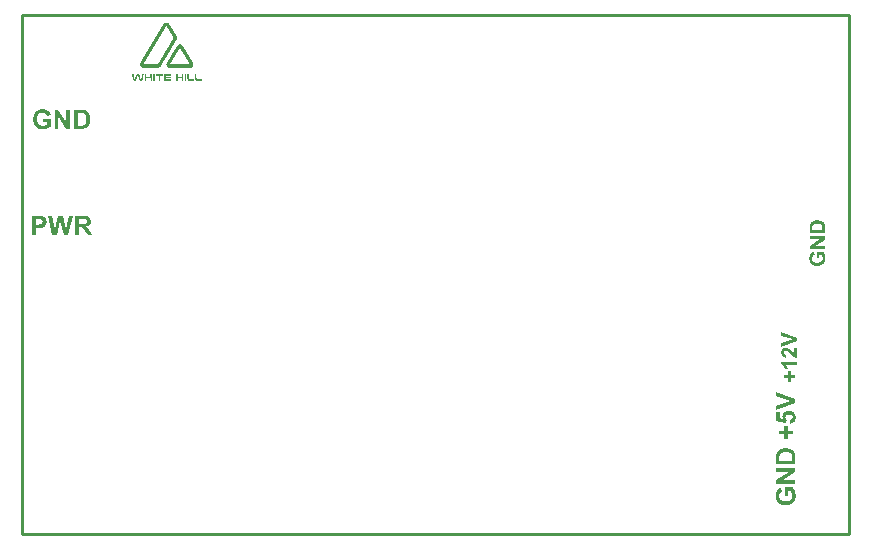
<source format=gto>
G04*
G04 #@! TF.GenerationSoftware,Altium Limited,Altium Designer,19.0.14 (431)*
G04*
G04 Layer_Color=32896*
%FSLAX25Y25*%
%MOIN*%
G70*
G01*
G75*
%ADD10C,0.01000*%
G36*
X52694Y163319D02*
X52928D01*
Y163272D01*
X53022D01*
Y163225D01*
X53115D01*
Y163179D01*
X53162D01*
Y163132D01*
X53209D01*
Y163085D01*
X53256D01*
Y163038D01*
X53303D01*
Y162991D01*
X53350D01*
Y162944D01*
X53397D01*
Y162897D01*
X53443D01*
Y162850D01*
X53490D01*
Y162804D01*
Y162757D01*
X53537D01*
Y162710D01*
X53584D01*
Y162663D01*
Y162616D01*
X53631D01*
Y162569D01*
X53678D01*
Y162522D01*
Y162476D01*
X53725D01*
Y162429D01*
X53772D01*
Y162382D01*
Y162335D01*
X53818D01*
Y162288D01*
X53865D01*
Y162241D01*
Y162194D01*
X53912D01*
Y162147D01*
X53959D01*
Y162101D01*
Y162054D01*
X54006D01*
Y162007D01*
Y161960D01*
X54053D01*
Y161913D01*
X54100D01*
Y161866D01*
Y161819D01*
X54146D01*
Y161772D01*
X54193D01*
Y161726D01*
Y161679D01*
X54240D01*
Y161632D01*
Y161585D01*
X54287D01*
Y161538D01*
X54334D01*
Y161491D01*
Y161444D01*
X54381D01*
Y161398D01*
Y161351D01*
X54428D01*
Y161304D01*
X54475D01*
Y161257D01*
Y161210D01*
X54522D01*
Y161163D01*
X54568D01*
Y161116D01*
Y161069D01*
X54615D01*
Y161022D01*
Y160976D01*
X54662D01*
Y160929D01*
X54709D01*
Y160882D01*
Y160835D01*
X54756D01*
Y160788D01*
Y160741D01*
X54803D01*
Y160694D01*
X54850D01*
Y160648D01*
Y160601D01*
X54896D01*
Y160554D01*
Y160507D01*
X54943D01*
Y160460D01*
X54990D01*
Y160413D01*
Y160366D01*
X55037D01*
Y160319D01*
Y160273D01*
X55084D01*
Y160226D01*
X55131D01*
Y160179D01*
Y160132D01*
X55178D01*
Y160085D01*
Y160038D01*
X55225D01*
Y159991D01*
X55271D01*
Y159944D01*
Y159898D01*
X55318D01*
Y159851D01*
Y159804D01*
X55365D01*
Y159757D01*
X55412D01*
Y159710D01*
Y159663D01*
X55459D01*
Y159616D01*
Y159570D01*
X55506D01*
Y159523D01*
X55553D01*
Y159476D01*
Y159429D01*
X55599D01*
Y159382D01*
X55646D01*
Y159335D01*
Y159288D01*
X55693D01*
Y159241D01*
Y159195D01*
X55740D01*
Y159148D01*
X55787D01*
Y159101D01*
Y159054D01*
X55834D01*
Y159007D01*
Y158960D01*
X55881D01*
Y158913D01*
X55928D01*
Y158867D01*
Y158820D01*
X55974D01*
Y158773D01*
Y158726D01*
X56021D01*
Y158679D01*
X56068D01*
Y158632D01*
Y158585D01*
X56115D01*
Y158538D01*
Y158492D01*
X56162D01*
Y158445D01*
X56209D01*
Y158398D01*
Y158351D01*
X56256D01*
Y158304D01*
Y158257D01*
X56302D01*
Y158210D01*
X56349D01*
Y158163D01*
Y158117D01*
X56396D01*
Y158070D01*
Y158023D01*
X56443D01*
Y157976D01*
X56490D01*
Y157929D01*
Y157882D01*
X56537D01*
Y157835D01*
Y157789D01*
X56584D01*
Y157742D01*
X56631D01*
Y157695D01*
Y157648D01*
X56678D01*
Y157601D01*
Y157554D01*
X56724D01*
Y157507D01*
Y157460D01*
X56771D01*
Y157414D01*
X56818D01*
Y157367D01*
Y157320D01*
X56865D01*
Y157273D01*
Y157226D01*
X56912D01*
Y157179D01*
Y157132D01*
X56959D01*
Y157086D01*
Y157039D01*
X57006D01*
Y156992D01*
Y156945D01*
X57052D01*
Y156898D01*
Y156851D01*
Y156804D01*
Y156757D01*
Y156711D01*
Y156664D01*
Y156617D01*
Y156570D01*
Y156523D01*
Y156476D01*
Y156429D01*
Y156382D01*
X57006D01*
Y156336D01*
Y156289D01*
Y156242D01*
X56959D01*
Y156195D01*
Y156148D01*
X56912D01*
Y156101D01*
Y156054D01*
X56865D01*
Y156008D01*
X56818D01*
Y155961D01*
X56771D01*
Y155914D01*
Y155867D01*
X56724D01*
Y155820D01*
X56631D01*
Y155773D01*
X56584D01*
Y155726D01*
X56537D01*
Y155679D01*
X56443D01*
Y155632D01*
X56396D01*
Y155586D01*
X54522D01*
Y155539D01*
X49366D01*
Y155586D01*
X48803D01*
Y155632D01*
X48663D01*
Y155679D01*
X48569D01*
Y155726D01*
X48522D01*
Y155773D01*
X48428D01*
Y155820D01*
X48382D01*
Y155867D01*
X48335D01*
Y155914D01*
Y155961D01*
X48288D01*
Y156008D01*
X48241D01*
Y156054D01*
X48194D01*
Y156101D01*
Y156148D01*
X48147D01*
Y156195D01*
Y156242D01*
X48100D01*
Y156289D01*
Y156336D01*
Y156382D01*
X48054D01*
Y156429D01*
Y156476D01*
Y156523D01*
Y156570D01*
Y156617D01*
Y156664D01*
Y156711D01*
Y156757D01*
Y156804D01*
Y156851D01*
Y156898D01*
X48100D01*
Y156945D01*
Y156992D01*
X48147D01*
Y157039D01*
Y157086D01*
X48194D01*
Y157132D01*
Y157179D01*
X48241D01*
Y157226D01*
Y157273D01*
X48288D01*
Y157320D01*
Y157367D01*
X48335D01*
Y157414D01*
X48382D01*
Y157460D01*
Y157507D01*
X48428D01*
Y157554D01*
Y157601D01*
X48475D01*
Y157648D01*
Y157695D01*
X48522D01*
Y157742D01*
X48569D01*
Y157789D01*
Y157835D01*
X48616D01*
Y157882D01*
Y157929D01*
X48663D01*
Y157976D01*
Y158023D01*
X48710D01*
Y158070D01*
X48757D01*
Y158117D01*
Y158163D01*
X48803D01*
Y158210D01*
Y158257D01*
X48850D01*
Y158304D01*
X48897D01*
Y158351D01*
Y158398D01*
X48944D01*
Y158445D01*
Y158492D01*
X48991D01*
Y158538D01*
Y158585D01*
X49038D01*
Y158632D01*
X49085D01*
Y158679D01*
Y158726D01*
X49132D01*
Y158773D01*
Y158820D01*
X49178D01*
Y158867D01*
X49225D01*
Y158913D01*
Y158960D01*
X49272D01*
Y159007D01*
Y159054D01*
X49319D01*
Y159101D01*
X49366D01*
Y159148D01*
Y159195D01*
X49413D01*
Y159241D01*
Y159288D01*
X49460D01*
Y159335D01*
X49506D01*
Y159382D01*
Y159429D01*
X49553D01*
Y159476D01*
Y159523D01*
X49600D01*
Y159570D01*
X49647D01*
Y159616D01*
Y159663D01*
X49694D01*
Y159710D01*
Y159757D01*
X49741D01*
Y159804D01*
X49788D01*
Y159851D01*
Y159898D01*
X49834D01*
Y159944D01*
Y159991D01*
X49881D01*
Y160038D01*
X49928D01*
Y160085D01*
Y160132D01*
X49975D01*
Y160179D01*
Y160226D01*
X50022D01*
Y160273D01*
X50069D01*
Y160319D01*
Y160366D01*
X50116D01*
Y160413D01*
X50163D01*
Y160460D01*
Y160507D01*
X50209D01*
Y160554D01*
Y160601D01*
X50256D01*
Y160648D01*
X50303D01*
Y160694D01*
Y160741D01*
X50350D01*
Y160788D01*
Y160835D01*
X50397D01*
Y160882D01*
X50444D01*
Y160929D01*
Y160976D01*
X50491D01*
Y161022D01*
X50538D01*
Y161069D01*
Y161116D01*
X50584D01*
Y161163D01*
Y161210D01*
X50631D01*
Y161257D01*
X50678D01*
Y161304D01*
Y161351D01*
X50725D01*
Y161398D01*
X50772D01*
Y161444D01*
Y161491D01*
X50819D01*
Y161538D01*
Y161585D01*
X50866D01*
Y161632D01*
X50912D01*
Y161679D01*
Y161726D01*
X50959D01*
Y161772D01*
X51006D01*
Y161819D01*
Y161866D01*
X51053D01*
Y161913D01*
Y161960D01*
X51100D01*
Y162007D01*
X51147D01*
Y162054D01*
Y162101D01*
X51194D01*
Y162147D01*
X51241D01*
Y162194D01*
Y162241D01*
X51288D01*
Y162288D01*
X51334D01*
Y162335D01*
Y162382D01*
X51381D01*
Y162429D01*
X51428D01*
Y162476D01*
Y162522D01*
X51475D01*
Y162569D01*
Y162616D01*
X51522D01*
Y162663D01*
X51569D01*
Y162710D01*
Y162757D01*
X51616D01*
Y162804D01*
X51662D01*
Y162850D01*
Y162897D01*
X51709D01*
Y162944D01*
X51756D01*
Y162991D01*
X51803D01*
Y163038D01*
Y163085D01*
X51850D01*
Y163132D01*
X51897D01*
Y163179D01*
X51990D01*
Y163225D01*
X52084D01*
Y163272D01*
X52225D01*
Y163319D01*
X52459D01*
Y163366D01*
X52694D01*
Y163319D01*
D02*
G37*
G36*
X48100Y170584D02*
X48335D01*
Y170537D01*
X48475D01*
Y170490D01*
X48616D01*
Y170443D01*
X48663D01*
Y170396D01*
X48757D01*
Y170350D01*
X48803D01*
Y170303D01*
X48850D01*
Y170256D01*
X48897D01*
Y170209D01*
X48944D01*
Y170162D01*
Y170115D01*
X48991D01*
Y170068D01*
X49038D01*
Y170021D01*
Y169975D01*
X49085D01*
Y169928D01*
X49132D01*
Y169881D01*
Y169834D01*
X49178D01*
Y169787D01*
X49225D01*
Y169740D01*
X49272D01*
Y169693D01*
Y169647D01*
X49319D01*
Y169600D01*
Y169553D01*
X49366D01*
Y169506D01*
X49413D01*
Y169459D01*
Y169412D01*
X49460D01*
Y169365D01*
X49506D01*
Y169318D01*
Y169272D01*
X49553D01*
Y169225D01*
Y169178D01*
X49600D01*
Y169131D01*
X49647D01*
Y169084D01*
Y169037D01*
X49694D01*
Y168990D01*
X49741D01*
Y168944D01*
Y168897D01*
X49788D01*
Y168850D01*
Y168803D01*
X49834D01*
Y168756D01*
X49881D01*
Y168709D01*
Y168662D01*
X49928D01*
Y168615D01*
Y168569D01*
X49975D01*
Y168522D01*
X50022D01*
Y168475D01*
Y168428D01*
X50069D01*
Y168381D01*
X50116D01*
Y168334D01*
Y168287D01*
X50163D01*
Y168240D01*
Y168194D01*
X50209D01*
Y168147D01*
X50256D01*
Y168100D01*
Y168053D01*
X50303D01*
Y168006D01*
Y167959D01*
X50350D01*
Y167912D01*
X50397D01*
Y167866D01*
Y167819D01*
X50444D01*
Y167772D01*
Y167725D01*
X50491D01*
Y167678D01*
X50538D01*
Y167631D01*
Y167584D01*
X50584D01*
Y167537D01*
Y167490D01*
X50631D01*
Y167444D01*
X50678D01*
Y167397D01*
Y167350D01*
X50725D01*
Y167303D01*
Y167256D01*
X50772D01*
Y167209D01*
Y167162D01*
X50819D01*
Y167116D01*
X50866D01*
Y167069D01*
Y167022D01*
X50912D01*
Y166975D01*
Y166928D01*
X50959D01*
Y166881D01*
X51006D01*
Y166834D01*
Y166788D01*
X51053D01*
Y166741D01*
Y166694D01*
X51100D01*
Y166647D01*
Y166600D01*
X51147D01*
Y166553D01*
Y166506D01*
X51194D01*
Y166459D01*
X51241D01*
Y166412D01*
Y166366D01*
X51288D01*
Y166319D01*
Y166272D01*
X51334D01*
Y166225D01*
Y166178D01*
X51381D01*
Y166131D01*
Y166084D01*
X51428D01*
Y166038D01*
Y165991D01*
X51475D01*
Y165944D01*
Y165897D01*
Y165850D01*
X51522D01*
Y165803D01*
Y165756D01*
X51569D01*
Y165709D01*
Y165663D01*
Y165616D01*
Y165569D01*
Y165522D01*
Y165475D01*
Y165428D01*
Y165381D01*
Y165334D01*
Y165288D01*
Y165241D01*
X51522D01*
Y165194D01*
Y165147D01*
X51475D01*
Y165100D01*
Y165053D01*
X51428D01*
Y165006D01*
Y164960D01*
X51381D01*
Y164913D01*
Y164866D01*
X51334D01*
Y164819D01*
Y164772D01*
X51288D01*
Y164725D01*
X51241D01*
Y164678D01*
Y164631D01*
X51194D01*
Y164585D01*
Y164538D01*
X51147D01*
Y164491D01*
Y164444D01*
X51100D01*
Y164397D01*
X51053D01*
Y164350D01*
Y164303D01*
X51006D01*
Y164257D01*
Y164210D01*
X50959D01*
Y164163D01*
X50912D01*
Y164116D01*
Y164069D01*
X50866D01*
Y164022D01*
Y163975D01*
X50819D01*
Y163928D01*
Y163882D01*
X50772D01*
Y163835D01*
X50725D01*
Y163788D01*
Y163741D01*
X50678D01*
Y163694D01*
Y163647D01*
X50631D01*
Y163600D01*
Y163554D01*
X50584D01*
Y163507D01*
X50538D01*
Y163460D01*
Y163413D01*
X50491D01*
Y163366D01*
Y163319D01*
X50444D01*
Y163272D01*
X50397D01*
Y163225D01*
Y163179D01*
X50350D01*
Y163132D01*
Y163085D01*
X50303D01*
Y163038D01*
X50256D01*
Y162991D01*
Y162944D01*
X50209D01*
Y162897D01*
Y162850D01*
X50163D01*
Y162804D01*
Y162757D01*
X50116D01*
Y162710D01*
X50069D01*
Y162663D01*
Y162616D01*
X50022D01*
Y162569D01*
Y162522D01*
X49975D01*
Y162476D01*
X49928D01*
Y162429D01*
Y162382D01*
X49881D01*
Y162335D01*
Y162288D01*
X49834D01*
Y162241D01*
Y162194D01*
X49788D01*
Y162147D01*
X49741D01*
Y162101D01*
Y162054D01*
X49694D01*
Y162007D01*
Y161960D01*
X49647D01*
Y161913D01*
X49600D01*
Y161866D01*
Y161819D01*
X49553D01*
Y161772D01*
Y161726D01*
X49506D01*
Y161679D01*
X49460D01*
Y161632D01*
Y161585D01*
X49413D01*
Y161538D01*
Y161491D01*
X49366D01*
Y161444D01*
Y161398D01*
X49319D01*
Y161351D01*
X49272D01*
Y161304D01*
Y161257D01*
X49225D01*
Y161210D01*
Y161163D01*
X49178D01*
Y161116D01*
X49132D01*
Y161069D01*
Y161022D01*
X49085D01*
Y160976D01*
Y160929D01*
X49038D01*
Y160882D01*
X48991D01*
Y160835D01*
Y160788D01*
X48944D01*
Y160741D01*
Y160694D01*
X48897D01*
Y160648D01*
Y160601D01*
X48850D01*
Y160554D01*
X48803D01*
Y160507D01*
Y160460D01*
X48757D01*
Y160413D01*
Y160366D01*
X48710D01*
Y160319D01*
X48663D01*
Y160273D01*
Y160226D01*
X48616D01*
Y160179D01*
Y160132D01*
X48569D01*
Y160085D01*
X48522D01*
Y160038D01*
Y159991D01*
X48475D01*
Y159944D01*
Y159898D01*
X48428D01*
Y159851D01*
X48382D01*
Y159804D01*
Y159757D01*
X48335D01*
Y159710D01*
Y159663D01*
X48288D01*
Y159616D01*
X48241D01*
Y159570D01*
Y159523D01*
X48194D01*
Y159476D01*
Y159429D01*
X48147D01*
Y159382D01*
Y159335D01*
X48100D01*
Y159288D01*
X48054D01*
Y159241D01*
Y159195D01*
X48007D01*
Y159148D01*
Y159101D01*
X47960D01*
Y159054D01*
X47913D01*
Y159007D01*
Y158960D01*
X47866D01*
Y158913D01*
Y158867D01*
X47819D01*
Y158820D01*
X47772D01*
Y158773D01*
Y158726D01*
X47725D01*
Y158679D01*
Y158632D01*
X47679D01*
Y158585D01*
X47632D01*
Y158538D01*
Y158492D01*
X47585D01*
Y158445D01*
Y158398D01*
X47538D01*
Y158351D01*
X47491D01*
Y158304D01*
Y158257D01*
X47444D01*
Y158210D01*
Y158163D01*
X47397D01*
Y158117D01*
X47350D01*
Y158070D01*
Y158023D01*
X47304D01*
Y157976D01*
Y157929D01*
X47257D01*
Y157882D01*
X47210D01*
Y157835D01*
Y157789D01*
X47163D01*
Y157742D01*
Y157695D01*
X47116D01*
Y157648D01*
X47069D01*
Y157601D01*
Y157554D01*
X47022D01*
Y157507D01*
Y157460D01*
X46975D01*
Y157414D01*
X46929D01*
Y157367D01*
Y157320D01*
X46882D01*
Y157273D01*
Y157226D01*
X46835D01*
Y157179D01*
X46788D01*
Y157132D01*
Y157086D01*
X46741D01*
Y157039D01*
Y156992D01*
X46694D01*
Y156945D01*
X46647D01*
Y156898D01*
Y156851D01*
X46600D01*
Y156804D01*
Y156757D01*
X46554D01*
Y156711D01*
X46507D01*
Y156664D01*
Y156617D01*
X46460D01*
Y156570D01*
Y156523D01*
X46413D01*
Y156476D01*
X46366D01*
Y156429D01*
Y156382D01*
X46319D01*
Y156336D01*
X46272D01*
Y156289D01*
Y156242D01*
X46226D01*
Y156195D01*
Y156148D01*
X46179D01*
Y156101D01*
X46132D01*
Y156054D01*
Y156008D01*
X46085D01*
Y155961D01*
X46038D01*
Y155914D01*
X45991D01*
Y155867D01*
X45944D01*
Y155820D01*
X45897D01*
Y155773D01*
X45804D01*
Y155726D01*
X45757D01*
Y155679D01*
X45663D01*
Y155632D01*
X45522D01*
Y155586D01*
X45148D01*
Y155539D01*
X40226D01*
Y155586D01*
X40039D01*
Y155632D01*
X39945D01*
Y155679D01*
X39851D01*
Y155726D01*
X39758D01*
Y155773D01*
X39711D01*
Y155820D01*
X39664D01*
Y155867D01*
X39617D01*
Y155914D01*
X39570D01*
Y155961D01*
X39523D01*
Y156008D01*
Y156054D01*
X39476D01*
Y156101D01*
Y156148D01*
X39430D01*
Y156195D01*
Y156242D01*
X39383D01*
Y156289D01*
Y156336D01*
Y156382D01*
X39336D01*
Y156429D01*
Y156476D01*
Y156523D01*
Y156570D01*
Y156617D01*
Y156664D01*
Y156711D01*
Y156757D01*
X39289D01*
Y156804D01*
Y156851D01*
Y156898D01*
Y156945D01*
X39336D01*
Y156992D01*
Y157039D01*
Y157086D01*
Y157132D01*
X39383D01*
Y157179D01*
Y157226D01*
X39430D01*
Y157273D01*
Y157320D01*
X39476D01*
Y157367D01*
Y157414D01*
X39523D01*
Y157460D01*
Y157507D01*
X39570D01*
Y157554D01*
Y157601D01*
X39617D01*
Y157648D01*
X39664D01*
Y157695D01*
Y157742D01*
X39711D01*
Y157789D01*
Y157835D01*
X39758D01*
Y157882D01*
X39804D01*
Y157929D01*
Y157976D01*
X39851D01*
Y158023D01*
Y158070D01*
X39898D01*
Y158117D01*
X39945D01*
Y158163D01*
Y158210D01*
X39992D01*
Y158257D01*
Y158304D01*
X40039D01*
Y158351D01*
Y158398D01*
X40086D01*
Y158445D01*
X40132D01*
Y158492D01*
Y158538D01*
X40179D01*
Y158585D01*
Y158632D01*
X40226D01*
Y158679D01*
X40273D01*
Y158726D01*
Y158773D01*
X40320D01*
Y158820D01*
Y158867D01*
X40367D01*
Y158913D01*
X40414D01*
Y158960D01*
Y159007D01*
X40461D01*
Y159054D01*
Y159101D01*
X40508D01*
Y159148D01*
X40554D01*
Y159195D01*
Y159241D01*
X40601D01*
Y159288D01*
Y159335D01*
X40648D01*
Y159382D01*
X40695D01*
Y159429D01*
Y159476D01*
X40742D01*
Y159523D01*
Y159570D01*
X40789D01*
Y159616D01*
Y159663D01*
X40836D01*
Y159710D01*
X40882D01*
Y159757D01*
Y159804D01*
X40929D01*
Y159851D01*
Y159898D01*
X40976D01*
Y159944D01*
X41023D01*
Y159991D01*
Y160038D01*
X41070D01*
Y160085D01*
Y160132D01*
X41117D01*
Y160179D01*
X41164D01*
Y160226D01*
Y160273D01*
X41210D01*
Y160319D01*
Y160366D01*
X41257D01*
Y160413D01*
X41304D01*
Y160460D01*
Y160507D01*
X41351D01*
Y160554D01*
Y160601D01*
X41398D01*
Y160648D01*
X41445D01*
Y160694D01*
Y160741D01*
X41492D01*
Y160788D01*
Y160835D01*
X41539D01*
Y160882D01*
X41585D01*
Y160929D01*
Y160976D01*
X41632D01*
Y161022D01*
Y161069D01*
X41679D01*
Y161116D01*
Y161163D01*
X41726D01*
Y161210D01*
X41773D01*
Y161257D01*
Y161304D01*
X41820D01*
Y161351D01*
Y161398D01*
X41867D01*
Y161444D01*
X41914D01*
Y161491D01*
Y161538D01*
X41960D01*
Y161585D01*
Y161632D01*
X42007D01*
Y161679D01*
X42054D01*
Y161726D01*
Y161772D01*
X42101D01*
Y161819D01*
Y161866D01*
X42148D01*
Y161913D01*
X42195D01*
Y161960D01*
Y162007D01*
X42242D01*
Y162054D01*
Y162101D01*
X42289D01*
Y162147D01*
X42335D01*
Y162194D01*
Y162241D01*
X42382D01*
Y162288D01*
Y162335D01*
X42429D01*
Y162382D01*
X42476D01*
Y162429D01*
Y162476D01*
X42523D01*
Y162522D01*
Y162569D01*
X42570D01*
Y162616D01*
Y162663D01*
X42617D01*
Y162710D01*
X42663D01*
Y162757D01*
Y162804D01*
X42710D01*
Y162850D01*
Y162897D01*
X42757D01*
Y162944D01*
X42804D01*
Y162991D01*
Y163038D01*
X42851D01*
Y163085D01*
Y163132D01*
X42898D01*
Y163179D01*
X42945D01*
Y163225D01*
Y163272D01*
X42992D01*
Y163319D01*
Y163366D01*
X43038D01*
Y163413D01*
X43085D01*
Y163460D01*
Y163507D01*
X43132D01*
Y163554D01*
Y163600D01*
X43179D01*
Y163647D01*
X43226D01*
Y163694D01*
Y163741D01*
X43273D01*
Y163788D01*
Y163835D01*
X43320D01*
Y163882D01*
X43367D01*
Y163928D01*
Y163975D01*
X43413D01*
Y164022D01*
Y164069D01*
X43460D01*
Y164116D01*
X43507D01*
Y164163D01*
Y164210D01*
X43554D01*
Y164257D01*
Y164303D01*
X43601D01*
Y164350D01*
X43648D01*
Y164397D01*
Y164444D01*
X43695D01*
Y164491D01*
Y164538D01*
X43742D01*
Y164585D01*
Y164631D01*
X43788D01*
Y164678D01*
X43835D01*
Y164725D01*
Y164772D01*
X43882D01*
Y164819D01*
Y164866D01*
X43929D01*
Y164913D01*
X43976D01*
Y164960D01*
Y165006D01*
X44023D01*
Y165053D01*
Y165100D01*
X44070D01*
Y165147D01*
X44116D01*
Y165194D01*
Y165241D01*
X44163D01*
Y165288D01*
Y165334D01*
X44210D01*
Y165381D01*
X44257D01*
Y165428D01*
Y165475D01*
X44304D01*
Y165522D01*
Y165569D01*
X44351D01*
Y165616D01*
X44398D01*
Y165663D01*
Y165709D01*
X44445D01*
Y165756D01*
Y165803D01*
X44491D01*
Y165850D01*
X44538D01*
Y165897D01*
Y165944D01*
X44585D01*
Y165991D01*
Y166038D01*
X44632D01*
Y166084D01*
X44679D01*
Y166131D01*
Y166178D01*
X44726D01*
Y166225D01*
Y166272D01*
X44773D01*
Y166319D01*
X44820D01*
Y166366D01*
Y166412D01*
X44866D01*
Y166459D01*
Y166506D01*
X44913D01*
Y166553D01*
X44960D01*
Y166600D01*
Y166647D01*
X45007D01*
Y166694D01*
Y166741D01*
X45054D01*
Y166788D01*
X45101D01*
Y166834D01*
Y166881D01*
X45148D01*
Y166928D01*
Y166975D01*
X45194D01*
Y167022D01*
X45241D01*
Y167069D01*
Y167116D01*
X45288D01*
Y167162D01*
Y167209D01*
X45335D01*
Y167256D01*
X45382D01*
Y167303D01*
Y167350D01*
X45429D01*
Y167397D01*
Y167444D01*
X45476D01*
Y167490D01*
X45522D01*
Y167537D01*
Y167584D01*
X45569D01*
Y167631D01*
X45616D01*
Y167678D01*
Y167725D01*
X45663D01*
Y167772D01*
Y167819D01*
X45710D01*
Y167866D01*
X45757D01*
Y167912D01*
Y167959D01*
X45804D01*
Y168006D01*
Y168053D01*
X45851D01*
Y168100D01*
X45897D01*
Y168147D01*
Y168194D01*
X45944D01*
Y168240D01*
Y168287D01*
X45991D01*
Y168334D01*
X46038D01*
Y168381D01*
Y168428D01*
X46085D01*
Y168475D01*
Y168522D01*
X46132D01*
Y168569D01*
X46179D01*
Y168615D01*
Y168662D01*
X46226D01*
Y168709D01*
X46272D01*
Y168756D01*
Y168803D01*
X46319D01*
Y168850D01*
Y168897D01*
X46366D01*
Y168944D01*
X46413D01*
Y168990D01*
Y169037D01*
X46460D01*
Y169084D01*
Y169131D01*
X46507D01*
Y169178D01*
X46554D01*
Y169225D01*
Y169272D01*
X46600D01*
Y169318D01*
X46647D01*
Y169365D01*
Y169412D01*
X46694D01*
Y169459D01*
Y169506D01*
X46741D01*
Y169553D01*
X46788D01*
Y169600D01*
Y169647D01*
X46835D01*
Y169693D01*
X46882D01*
Y169740D01*
Y169787D01*
X46929D01*
Y169834D01*
Y169881D01*
X46975D01*
Y169928D01*
X47022D01*
Y169975D01*
Y170021D01*
X47069D01*
Y170068D01*
X47116D01*
Y170115D01*
Y170162D01*
X47163D01*
Y170209D01*
X47210D01*
Y170256D01*
X47257D01*
Y170303D01*
X47304D01*
Y170350D01*
X47350D01*
Y170396D01*
X47444D01*
Y170443D01*
X47491D01*
Y170490D01*
X47585D01*
Y170537D01*
X47725D01*
Y170584D01*
X48007D01*
Y170631D01*
X48100D01*
Y170584D01*
D02*
G37*
G36*
X53678Y153383D02*
Y153336D01*
Y153289D01*
Y153242D01*
Y153195D01*
Y153148D01*
Y153102D01*
Y153055D01*
Y153008D01*
Y152961D01*
Y152914D01*
Y152867D01*
Y152820D01*
Y152773D01*
Y152727D01*
Y152680D01*
Y152633D01*
Y152586D01*
Y152539D01*
Y152492D01*
Y152445D01*
Y152399D01*
Y152352D01*
Y152305D01*
Y152258D01*
Y152211D01*
Y152164D01*
Y152117D01*
Y152070D01*
Y152024D01*
Y151977D01*
Y151930D01*
Y151883D01*
Y151836D01*
Y151789D01*
Y151742D01*
Y151696D01*
Y151649D01*
Y151602D01*
Y151555D01*
Y151508D01*
Y151461D01*
Y151414D01*
Y151367D01*
Y151321D01*
Y151274D01*
Y151227D01*
X53162D01*
Y151274D01*
Y151321D01*
Y151367D01*
Y151414D01*
Y151461D01*
Y151508D01*
Y151555D01*
Y151602D01*
Y151649D01*
Y151696D01*
Y151742D01*
Y151789D01*
Y151836D01*
Y151883D01*
Y151930D01*
Y151977D01*
Y152024D01*
Y152070D01*
X51756D01*
Y152024D01*
Y151977D01*
Y151930D01*
Y151883D01*
Y151836D01*
Y151789D01*
Y151742D01*
Y151696D01*
Y151649D01*
Y151602D01*
Y151555D01*
Y151508D01*
Y151461D01*
Y151414D01*
Y151367D01*
Y151321D01*
Y151274D01*
Y151227D01*
X51194D01*
Y151274D01*
Y151321D01*
Y151367D01*
Y151414D01*
Y151461D01*
Y151508D01*
Y151555D01*
Y151602D01*
Y151649D01*
Y151696D01*
Y151742D01*
Y151789D01*
Y151836D01*
Y151883D01*
Y151930D01*
Y151977D01*
Y152024D01*
Y152070D01*
Y152117D01*
Y152164D01*
Y152211D01*
Y152258D01*
Y152305D01*
Y152352D01*
Y152399D01*
Y152445D01*
Y152492D01*
Y152539D01*
Y152586D01*
Y152633D01*
X51241D01*
Y152680D01*
Y152727D01*
Y152773D01*
Y152820D01*
Y152867D01*
Y152914D01*
Y152961D01*
Y153008D01*
Y153055D01*
Y153102D01*
Y153148D01*
Y153195D01*
Y153242D01*
Y153289D01*
Y153336D01*
Y153383D01*
Y153430D01*
X51756D01*
Y153383D01*
Y153336D01*
Y153289D01*
Y153242D01*
Y153195D01*
Y153148D01*
Y153102D01*
Y153055D01*
Y153008D01*
Y152961D01*
Y152914D01*
Y152867D01*
Y152820D01*
Y152773D01*
Y152727D01*
Y152680D01*
Y152633D01*
Y152586D01*
X53162D01*
Y152633D01*
Y152680D01*
Y152727D01*
Y152773D01*
Y152820D01*
Y152867D01*
Y152914D01*
Y152961D01*
Y153008D01*
Y153055D01*
Y153102D01*
Y153148D01*
Y153195D01*
Y153242D01*
Y153289D01*
Y153336D01*
Y153383D01*
Y153430D01*
X53678D01*
Y153383D01*
D02*
G37*
G36*
X43226D02*
Y153336D01*
Y153289D01*
Y153242D01*
Y153195D01*
Y153148D01*
Y153102D01*
Y153055D01*
Y153008D01*
Y152961D01*
Y152914D01*
Y152867D01*
Y152820D01*
Y152773D01*
Y152727D01*
Y152680D01*
Y152633D01*
Y152586D01*
Y152539D01*
Y152492D01*
Y152445D01*
Y152399D01*
Y152352D01*
Y152305D01*
Y152258D01*
Y152211D01*
Y152164D01*
Y152117D01*
Y152070D01*
Y152024D01*
Y151977D01*
Y151930D01*
Y151883D01*
Y151836D01*
Y151789D01*
Y151742D01*
Y151696D01*
Y151649D01*
Y151602D01*
Y151555D01*
Y151508D01*
Y151461D01*
Y151414D01*
Y151367D01*
Y151321D01*
Y151274D01*
Y151227D01*
X42757D01*
Y151274D01*
Y151321D01*
Y151367D01*
Y151414D01*
Y151461D01*
Y151508D01*
Y151555D01*
Y151602D01*
Y151649D01*
Y151696D01*
Y151742D01*
Y151789D01*
Y151836D01*
Y151883D01*
Y151930D01*
Y151977D01*
Y152024D01*
Y152070D01*
X41351D01*
Y152024D01*
Y151977D01*
Y151930D01*
Y151883D01*
Y151836D01*
Y151789D01*
Y151742D01*
Y151696D01*
Y151649D01*
Y151602D01*
Y151555D01*
Y151508D01*
Y151461D01*
Y151414D01*
Y151367D01*
Y151321D01*
Y151274D01*
Y151227D01*
X40789D01*
Y151274D01*
Y151321D01*
Y151367D01*
Y151414D01*
Y151461D01*
Y151508D01*
Y151555D01*
Y151602D01*
Y151649D01*
Y151696D01*
Y151742D01*
Y151789D01*
Y151836D01*
Y151883D01*
Y151930D01*
Y151977D01*
Y152024D01*
Y152070D01*
Y152117D01*
Y152164D01*
Y152211D01*
Y152258D01*
Y152305D01*
Y152352D01*
Y152399D01*
Y152445D01*
Y152492D01*
Y152539D01*
Y152586D01*
Y152633D01*
Y152680D01*
Y152727D01*
Y152773D01*
Y152820D01*
Y152867D01*
Y152914D01*
Y152961D01*
Y153008D01*
Y153055D01*
Y153102D01*
Y153148D01*
Y153195D01*
Y153242D01*
Y153289D01*
Y153336D01*
Y153383D01*
Y153430D01*
X41351D01*
Y153383D01*
Y153336D01*
Y153289D01*
Y153242D01*
Y153195D01*
Y153148D01*
Y153102D01*
Y153055D01*
Y153008D01*
Y152961D01*
Y152914D01*
Y152867D01*
Y152820D01*
Y152773D01*
Y152727D01*
Y152680D01*
Y152633D01*
Y152586D01*
X41914D01*
Y152633D01*
X42101D01*
Y152586D01*
X42710D01*
Y152633D01*
Y152680D01*
Y152727D01*
Y152773D01*
Y152820D01*
Y152867D01*
Y152914D01*
Y152961D01*
Y153008D01*
Y153055D01*
Y153102D01*
Y153148D01*
Y153195D01*
Y153242D01*
Y153289D01*
Y153336D01*
Y153383D01*
Y153430D01*
X43226D01*
Y153383D01*
D02*
G37*
G36*
X40414D02*
X40461D01*
Y153336D01*
Y153289D01*
Y153242D01*
Y153195D01*
Y153148D01*
X40414D01*
Y153102D01*
Y153055D01*
Y153008D01*
Y152961D01*
Y152914D01*
Y152867D01*
X40367D01*
Y152820D01*
Y152773D01*
Y152727D01*
Y152680D01*
Y152633D01*
X40320D01*
Y152586D01*
Y152539D01*
Y152492D01*
Y152445D01*
Y152399D01*
X40273D01*
Y152352D01*
Y152305D01*
Y152258D01*
Y152211D01*
Y152164D01*
X40226D01*
Y152117D01*
Y152070D01*
Y152024D01*
Y151977D01*
Y151930D01*
X40179D01*
Y151883D01*
Y151836D01*
Y151789D01*
Y151742D01*
X40132D01*
Y151696D01*
Y151649D01*
Y151602D01*
Y151555D01*
X40086D01*
Y151508D01*
Y151461D01*
X40039D01*
Y151414D01*
X39992D01*
Y151367D01*
X39945D01*
Y151321D01*
X39898D01*
Y151274D01*
X39804D01*
Y151227D01*
X39336D01*
Y151274D01*
X39242D01*
Y151321D01*
X39195D01*
Y151367D01*
X39148D01*
Y151414D01*
X39101D01*
Y151461D01*
Y151508D01*
X39055D01*
Y151555D01*
Y151602D01*
X39008D01*
Y151649D01*
Y151696D01*
Y151742D01*
X38961D01*
Y151789D01*
Y151836D01*
Y151883D01*
X38914D01*
Y151930D01*
Y151977D01*
Y152024D01*
X38867D01*
Y152070D01*
Y152117D01*
Y152164D01*
Y152211D01*
X38820D01*
Y152258D01*
Y152305D01*
Y152352D01*
X38773D01*
Y152399D01*
Y152445D01*
Y152492D01*
Y152539D01*
X38726D01*
Y152586D01*
Y152633D01*
Y152680D01*
X38680D01*
Y152727D01*
Y152773D01*
Y152820D01*
X38633D01*
Y152867D01*
Y152914D01*
X38586D01*
Y152961D01*
X38539D01*
Y153008D01*
X38492D01*
Y152961D01*
X38445D01*
Y152914D01*
Y152867D01*
X38398D01*
Y152820D01*
Y152773D01*
Y152727D01*
Y152680D01*
X38352D01*
Y152633D01*
Y152586D01*
Y152539D01*
X38305D01*
Y152492D01*
Y152445D01*
Y152399D01*
Y152352D01*
X38258D01*
Y152305D01*
Y152258D01*
Y152211D01*
X38211D01*
Y152164D01*
Y152117D01*
Y152070D01*
X38164D01*
Y152024D01*
Y151977D01*
Y151930D01*
X38117D01*
Y151883D01*
Y151836D01*
Y151789D01*
X38070D01*
Y151742D01*
Y151696D01*
Y151649D01*
X38023D01*
Y151602D01*
Y151555D01*
X37977D01*
Y151508D01*
Y151461D01*
Y151414D01*
X37930D01*
Y151367D01*
X37883D01*
Y151321D01*
X37836D01*
Y151274D01*
X37695D01*
Y151227D01*
X37227D01*
Y151274D01*
X37133D01*
Y151321D01*
X37039D01*
Y151367D01*
X36992D01*
Y151414D01*
Y151461D01*
X36945D01*
Y151508D01*
Y151555D01*
X36898D01*
Y151602D01*
Y151649D01*
Y151696D01*
Y151742D01*
X36852D01*
Y151789D01*
Y151836D01*
Y151883D01*
Y151930D01*
Y151977D01*
Y152024D01*
X36805D01*
Y152070D01*
Y152117D01*
Y152164D01*
Y152211D01*
Y152258D01*
Y152305D01*
X36758D01*
Y152352D01*
Y152399D01*
Y152445D01*
Y152492D01*
Y152539D01*
Y152586D01*
X36711D01*
Y152633D01*
Y152680D01*
Y152727D01*
Y152773D01*
Y152820D01*
X36664D01*
Y152867D01*
Y152914D01*
Y152961D01*
Y153008D01*
Y153055D01*
Y153102D01*
X36617D01*
Y153148D01*
Y153195D01*
Y153242D01*
Y153289D01*
Y153336D01*
Y153383D01*
X36664D01*
Y153430D01*
X36992D01*
Y153383D01*
X37086D01*
Y153336D01*
X37133D01*
Y153289D01*
Y153242D01*
Y153195D01*
X37180D01*
Y153148D01*
Y153102D01*
Y153055D01*
Y153008D01*
Y152961D01*
X37227D01*
Y152914D01*
Y152867D01*
Y152820D01*
Y152773D01*
Y152727D01*
Y152680D01*
Y152633D01*
X37273D01*
Y152586D01*
Y152539D01*
Y152492D01*
Y152445D01*
Y152399D01*
Y152352D01*
X37320D01*
Y152305D01*
Y152258D01*
Y152211D01*
Y152164D01*
Y152117D01*
Y152070D01*
X37367D01*
Y152024D01*
Y151977D01*
Y151930D01*
Y151883D01*
X37414D01*
Y151836D01*
Y151789D01*
Y151742D01*
X37555D01*
Y151789D01*
X37602D01*
Y151836D01*
Y151883D01*
Y151930D01*
X37648D01*
Y151977D01*
Y152024D01*
X37695D01*
Y152070D01*
Y152117D01*
Y152164D01*
X37742D01*
Y152211D01*
Y152258D01*
Y152305D01*
Y152352D01*
X37789D01*
Y152399D01*
Y152445D01*
Y152492D01*
X37836D01*
Y152539D01*
Y152586D01*
Y152633D01*
X37883D01*
Y152680D01*
Y152727D01*
Y152773D01*
Y152820D01*
X37930D01*
Y152867D01*
Y152914D01*
Y152961D01*
X37977D01*
Y153008D01*
Y153055D01*
X38023D01*
Y153102D01*
Y153148D01*
X38070D01*
Y153195D01*
Y153242D01*
X38117D01*
Y153289D01*
X38164D01*
Y153336D01*
X38211D01*
Y153383D01*
X38398D01*
Y153430D01*
X38680D01*
Y153383D01*
X38820D01*
Y153336D01*
X38914D01*
Y153289D01*
X38961D01*
Y153242D01*
Y153195D01*
X39008D01*
Y153148D01*
X39055D01*
Y153102D01*
Y153055D01*
Y153008D01*
X39101D01*
Y152961D01*
Y152914D01*
X39148D01*
Y152867D01*
Y152820D01*
Y152773D01*
X39195D01*
Y152727D01*
Y152680D01*
Y152633D01*
Y152586D01*
X39242D01*
Y152539D01*
Y152492D01*
Y152445D01*
X39289D01*
Y152399D01*
Y152352D01*
Y152305D01*
Y152258D01*
X39336D01*
Y152211D01*
Y152164D01*
Y152117D01*
Y152070D01*
X39383D01*
Y152024D01*
Y151977D01*
Y151930D01*
X39430D01*
Y151883D01*
Y151836D01*
Y151789D01*
X39476D01*
Y151742D01*
X39617D01*
Y151789D01*
X39664D01*
Y151836D01*
Y151883D01*
Y151930D01*
X39711D01*
Y151977D01*
Y152024D01*
Y152070D01*
Y152117D01*
X39758D01*
Y152164D01*
Y152211D01*
Y152258D01*
Y152305D01*
Y152352D01*
Y152399D01*
X39804D01*
Y152445D01*
Y152492D01*
Y152539D01*
Y152586D01*
Y152633D01*
Y152680D01*
X39851D01*
Y152727D01*
Y152773D01*
Y152820D01*
Y152867D01*
Y152914D01*
Y152961D01*
X39898D01*
Y153008D01*
Y153055D01*
Y153102D01*
Y153148D01*
Y153195D01*
X39945D01*
Y153242D01*
Y153289D01*
Y153336D01*
X39992D01*
Y153383D01*
X40039D01*
Y153430D01*
X40414D01*
Y153383D01*
D02*
G37*
G36*
X58037D02*
Y153336D01*
Y153289D01*
Y153242D01*
Y153195D01*
Y153148D01*
Y153102D01*
Y153055D01*
Y153008D01*
Y152961D01*
Y152914D01*
Y152867D01*
Y152820D01*
Y152773D01*
Y152727D01*
Y152680D01*
Y152633D01*
Y152586D01*
Y152539D01*
Y152492D01*
Y152445D01*
Y152399D01*
Y152352D01*
Y152305D01*
X58084D01*
Y152258D01*
Y152211D01*
Y152164D01*
Y152117D01*
Y152070D01*
Y152024D01*
Y151977D01*
Y151930D01*
Y151883D01*
Y151836D01*
Y151789D01*
Y151742D01*
X59818D01*
Y151696D01*
Y151649D01*
Y151602D01*
Y151555D01*
Y151508D01*
Y151461D01*
Y151414D01*
Y151367D01*
Y151321D01*
Y151274D01*
Y151227D01*
X59208D01*
Y151274D01*
X57943D01*
Y151321D01*
X57802D01*
Y151367D01*
X57709D01*
Y151414D01*
X57662D01*
Y151461D01*
X57615D01*
Y151508D01*
Y151555D01*
X57568D01*
Y151602D01*
Y151649D01*
Y151696D01*
Y151742D01*
Y151789D01*
Y151836D01*
X57521D01*
Y151883D01*
Y151930D01*
Y151977D01*
Y152024D01*
Y152070D01*
Y152117D01*
Y152164D01*
Y152211D01*
Y152258D01*
Y152305D01*
Y152352D01*
Y152399D01*
Y152445D01*
Y152492D01*
Y152539D01*
Y152586D01*
Y152633D01*
Y152680D01*
Y152727D01*
Y152773D01*
Y152820D01*
Y152867D01*
Y152914D01*
Y152961D01*
Y153008D01*
Y153055D01*
Y153102D01*
X57474D01*
Y153148D01*
Y153195D01*
Y153242D01*
Y153289D01*
Y153336D01*
Y153383D01*
Y153430D01*
X58037D01*
Y153383D01*
D02*
G37*
G36*
X55506D02*
Y153336D01*
Y153289D01*
Y153242D01*
Y153195D01*
Y153148D01*
Y153102D01*
Y153055D01*
Y153008D01*
Y152961D01*
Y152914D01*
Y152867D01*
Y152820D01*
Y152773D01*
Y152727D01*
Y152680D01*
Y152633D01*
Y152586D01*
Y152539D01*
Y152492D01*
Y152445D01*
Y152399D01*
Y152352D01*
Y152305D01*
Y152258D01*
Y152211D01*
Y152164D01*
Y152117D01*
Y152070D01*
Y152024D01*
X55553D01*
Y151977D01*
Y151930D01*
Y151883D01*
Y151836D01*
X55599D01*
Y151789D01*
X55693D01*
Y151742D01*
X57240D01*
Y151696D01*
Y151649D01*
Y151602D01*
Y151555D01*
Y151508D01*
Y151461D01*
Y151414D01*
Y151367D01*
Y151321D01*
Y151274D01*
Y151227D01*
X56724D01*
Y151274D01*
X55412D01*
Y151321D01*
X55271D01*
Y151367D01*
X55178D01*
Y151414D01*
X55131D01*
Y151461D01*
Y151508D01*
X55084D01*
Y151555D01*
Y151602D01*
Y151649D01*
Y151696D01*
Y151742D01*
X55037D01*
Y151789D01*
Y151836D01*
Y151883D01*
Y151930D01*
Y151977D01*
Y152024D01*
Y152070D01*
Y152117D01*
Y152164D01*
Y152211D01*
Y152258D01*
Y152305D01*
Y152352D01*
Y152399D01*
Y152445D01*
Y152492D01*
Y152539D01*
Y152586D01*
Y152633D01*
Y152680D01*
Y152727D01*
Y152773D01*
Y152820D01*
Y152867D01*
Y152914D01*
Y152961D01*
Y153008D01*
Y153055D01*
Y153102D01*
Y153148D01*
Y153195D01*
Y153242D01*
Y153289D01*
Y153336D01*
Y153383D01*
Y153430D01*
X55506D01*
Y153383D01*
D02*
G37*
G36*
X54615D02*
Y153336D01*
Y153289D01*
Y153242D01*
Y153195D01*
Y153148D01*
Y153102D01*
Y153055D01*
Y153008D01*
Y152961D01*
Y152914D01*
Y152867D01*
Y152820D01*
Y152773D01*
Y152727D01*
Y152680D01*
Y152633D01*
Y152586D01*
Y152539D01*
Y152492D01*
Y152445D01*
Y152399D01*
Y152352D01*
Y152305D01*
Y152258D01*
Y152211D01*
Y152164D01*
Y152117D01*
Y152070D01*
Y152024D01*
Y151977D01*
Y151930D01*
Y151883D01*
Y151836D01*
Y151789D01*
Y151742D01*
Y151696D01*
Y151649D01*
Y151602D01*
Y151555D01*
Y151508D01*
Y151461D01*
Y151414D01*
Y151367D01*
Y151321D01*
Y151274D01*
Y151227D01*
X54100D01*
Y151274D01*
Y151321D01*
Y151367D01*
Y151414D01*
Y151461D01*
Y151508D01*
Y151555D01*
Y151602D01*
Y151649D01*
Y151696D01*
Y151742D01*
Y151789D01*
Y151836D01*
Y151883D01*
Y151930D01*
Y151977D01*
Y152024D01*
Y152070D01*
Y152117D01*
Y152164D01*
Y152211D01*
Y152258D01*
Y152305D01*
Y152352D01*
Y152399D01*
Y152445D01*
Y152492D01*
Y152539D01*
Y152586D01*
Y152633D01*
Y152680D01*
Y152727D01*
Y152773D01*
Y152820D01*
Y152867D01*
Y152914D01*
Y152961D01*
Y153008D01*
Y153055D01*
Y153102D01*
Y153148D01*
Y153195D01*
Y153242D01*
Y153289D01*
Y153336D01*
Y153383D01*
Y153430D01*
X54615D01*
Y153383D01*
D02*
G37*
G36*
X49506D02*
Y153336D01*
Y153289D01*
Y153242D01*
Y153195D01*
Y153148D01*
Y153102D01*
Y153055D01*
Y153008D01*
Y152961D01*
Y152914D01*
Y152867D01*
X47772D01*
Y152820D01*
Y152773D01*
Y152727D01*
Y152680D01*
Y152633D01*
Y152586D01*
Y152539D01*
Y152492D01*
X49506D01*
Y152445D01*
Y152399D01*
Y152352D01*
Y152305D01*
Y152258D01*
Y152211D01*
Y152164D01*
X47772D01*
Y152117D01*
Y152070D01*
Y152024D01*
Y151977D01*
Y151930D01*
Y151883D01*
Y151836D01*
Y151789D01*
Y151742D01*
X49506D01*
Y151696D01*
Y151649D01*
Y151602D01*
Y151555D01*
Y151508D01*
Y151461D01*
Y151414D01*
Y151367D01*
Y151321D01*
Y151274D01*
Y151227D01*
X48991D01*
Y151274D01*
X47350D01*
Y151321D01*
Y151367D01*
Y151414D01*
X47304D01*
Y151461D01*
Y151508D01*
Y151555D01*
Y151602D01*
Y151649D01*
Y151696D01*
Y151742D01*
Y151789D01*
Y151836D01*
Y151883D01*
Y151930D01*
Y151977D01*
Y152024D01*
Y152070D01*
Y152117D01*
Y152164D01*
Y152211D01*
Y152258D01*
Y152305D01*
Y152352D01*
Y152399D01*
Y152445D01*
Y152492D01*
Y152539D01*
Y152586D01*
Y152633D01*
Y152680D01*
Y152727D01*
Y152773D01*
Y152820D01*
Y152867D01*
Y152914D01*
Y152961D01*
Y153008D01*
Y153055D01*
Y153102D01*
Y153148D01*
Y153195D01*
X47350D01*
Y153242D01*
Y153289D01*
X47397D01*
Y153336D01*
X47444D01*
Y153383D01*
X48100D01*
Y153430D01*
X49506D01*
Y153383D01*
D02*
G37*
G36*
X45194D02*
X47022D01*
Y153336D01*
X46975D01*
Y153289D01*
Y153242D01*
Y153195D01*
Y153148D01*
Y153102D01*
Y153055D01*
Y153008D01*
Y152961D01*
Y152914D01*
Y152867D01*
X46038D01*
Y152820D01*
Y152773D01*
Y152727D01*
Y152680D01*
Y152633D01*
Y152586D01*
Y152539D01*
Y152492D01*
Y152445D01*
Y152399D01*
Y152352D01*
Y152305D01*
Y152258D01*
Y152211D01*
Y152164D01*
Y152117D01*
Y152070D01*
Y152024D01*
Y151977D01*
Y151930D01*
Y151883D01*
Y151836D01*
Y151789D01*
Y151742D01*
Y151696D01*
Y151649D01*
Y151602D01*
Y151555D01*
Y151508D01*
Y151461D01*
Y151414D01*
Y151367D01*
Y151321D01*
Y151274D01*
Y151227D01*
X45476D01*
Y151274D01*
Y151321D01*
Y151367D01*
Y151414D01*
Y151461D01*
Y151508D01*
Y151555D01*
Y151602D01*
Y151649D01*
Y151696D01*
Y151742D01*
Y151789D01*
Y151836D01*
Y151883D01*
Y151930D01*
Y151977D01*
Y152024D01*
Y152070D01*
Y152117D01*
Y152164D01*
Y152211D01*
Y152258D01*
Y152305D01*
Y152352D01*
Y152399D01*
Y152445D01*
Y152492D01*
Y152539D01*
Y152586D01*
Y152633D01*
Y152680D01*
Y152727D01*
Y152773D01*
Y152820D01*
Y152867D01*
X44491D01*
Y152914D01*
Y152961D01*
Y153008D01*
Y153055D01*
Y153102D01*
Y153148D01*
Y153195D01*
Y153242D01*
Y153289D01*
Y153336D01*
Y153383D01*
Y153430D01*
X45194D01*
Y153383D01*
D02*
G37*
G36*
X44210D02*
Y153336D01*
Y153289D01*
Y153242D01*
Y153195D01*
Y153148D01*
Y153102D01*
Y153055D01*
Y153008D01*
Y152961D01*
Y152914D01*
Y152867D01*
Y152820D01*
Y152773D01*
Y152727D01*
Y152680D01*
Y152633D01*
Y152586D01*
Y152539D01*
Y152492D01*
Y152445D01*
Y152399D01*
Y152352D01*
Y152305D01*
Y152258D01*
Y152211D01*
Y152164D01*
Y152117D01*
Y152070D01*
Y152024D01*
Y151977D01*
Y151930D01*
Y151883D01*
Y151836D01*
Y151789D01*
Y151742D01*
Y151696D01*
Y151649D01*
Y151602D01*
Y151555D01*
Y151508D01*
Y151461D01*
Y151414D01*
Y151367D01*
Y151321D01*
Y151274D01*
Y151227D01*
X43648D01*
Y151274D01*
Y151321D01*
Y151367D01*
Y151414D01*
Y151461D01*
Y151508D01*
Y151555D01*
Y151602D01*
Y151649D01*
Y151696D01*
Y151742D01*
Y151789D01*
Y151836D01*
Y151883D01*
Y151930D01*
Y151977D01*
Y152024D01*
Y152070D01*
Y152117D01*
Y152164D01*
Y152211D01*
Y152258D01*
Y152305D01*
Y152352D01*
Y152399D01*
Y152445D01*
Y152492D01*
Y152539D01*
Y152586D01*
Y152633D01*
Y152680D01*
Y152727D01*
Y152773D01*
Y152820D01*
Y152867D01*
Y152914D01*
Y152961D01*
Y153008D01*
Y153055D01*
Y153102D01*
Y153148D01*
Y153195D01*
Y153242D01*
Y153289D01*
Y153336D01*
Y153383D01*
Y153430D01*
X44210D01*
Y153383D01*
D02*
G37*
G36*
X6974Y141714D02*
X7074Y141706D01*
X7182Y141697D01*
X7315Y141681D01*
X7457Y141656D01*
X7748Y141597D01*
X7907Y141556D01*
X8057Y141506D01*
X8215Y141447D01*
X8356Y141381D01*
X8498Y141306D01*
X8631Y141214D01*
X8640Y141206D01*
X8665Y141189D01*
X8698Y141164D01*
X8740Y141123D01*
X8798Y141073D01*
X8856Y141014D01*
X8923Y140939D01*
X8998Y140856D01*
X9065Y140764D01*
X9139Y140656D01*
X9214Y140548D01*
X9289Y140423D01*
X9348Y140290D01*
X9414Y140148D01*
X9464Y139998D01*
X9506Y139840D01*
X8223Y139598D01*
Y139607D01*
X8215Y139623D01*
X8207Y139640D01*
X8198Y139673D01*
X8157Y139757D01*
X8107Y139865D01*
X8032Y139981D01*
X7948Y140106D01*
X7840Y140231D01*
X7707Y140340D01*
X7690Y140348D01*
X7640Y140381D01*
X7565Y140423D01*
X7457Y140481D01*
X7315Y140531D01*
X7157Y140573D01*
X6974Y140606D01*
X6774Y140614D01*
X6690D01*
X6632Y140606D01*
X6566Y140598D01*
X6482Y140589D01*
X6391Y140573D01*
X6291Y140548D01*
X6074Y140481D01*
X5966Y140440D01*
X5858Y140390D01*
X5741Y140323D01*
X5632Y140248D01*
X5533Y140165D01*
X5433Y140073D01*
X5424Y140065D01*
X5408Y140048D01*
X5383Y140015D01*
X5358Y139973D01*
X5316Y139915D01*
X5274Y139848D01*
X5233Y139765D01*
X5183Y139673D01*
X5133Y139565D01*
X5091Y139448D01*
X5049Y139315D01*
X5008Y139173D01*
X4983Y139015D01*
X4958Y138848D01*
X4941Y138665D01*
X4933Y138474D01*
Y138457D01*
Y138424D01*
Y138365D01*
X4941Y138290D01*
X4950Y138190D01*
X4958Y138082D01*
X4975Y137966D01*
X5000Y137832D01*
X5058Y137557D01*
X5099Y137407D01*
X5141Y137266D01*
X5199Y137133D01*
X5266Y136999D01*
X5341Y136874D01*
X5433Y136758D01*
X5441Y136749D01*
X5458Y136733D01*
X5483Y136708D01*
X5524Y136666D01*
X5574Y136624D01*
X5641Y136583D01*
X5708Y136524D01*
X5791Y136475D01*
X5882Y136425D01*
X5982Y136374D01*
X6091Y136325D01*
X6207Y136283D01*
X6341Y136241D01*
X6474Y136216D01*
X6616Y136200D01*
X6765Y136191D01*
X6832D01*
X6915Y136200D01*
X7015Y136208D01*
X7140Y136233D01*
X7274Y136258D01*
X7423Y136300D01*
X7573Y136349D01*
X7582D01*
X7590Y136358D01*
X7640Y136374D01*
X7715Y136408D01*
X7815Y136458D01*
X7923Y136516D01*
X8048Y136574D01*
X8165Y136649D01*
X8281Y136733D01*
Y137549D01*
X6799D01*
Y138632D01*
X9589D01*
Y136075D01*
X9581Y136066D01*
X9573Y136058D01*
X9548Y136033D01*
X9514Y136008D01*
X9473Y135975D01*
X9423Y135933D01*
X9356Y135891D01*
X9289Y135841D01*
X9206Y135791D01*
X9123Y135733D01*
X9023Y135675D01*
X8915Y135617D01*
X8806Y135558D01*
X8681Y135500D01*
X8548Y135442D01*
X8406Y135383D01*
X8398D01*
X8373Y135367D01*
X8331Y135358D01*
X8273Y135333D01*
X8207Y135317D01*
X8123Y135292D01*
X8032Y135258D01*
X7923Y135233D01*
X7815Y135208D01*
X7690Y135175D01*
X7423Y135133D01*
X7140Y135100D01*
X6849Y135083D01*
X6749D01*
X6682Y135092D01*
X6590Y135100D01*
X6491Y135108D01*
X6374Y135117D01*
X6249Y135133D01*
X6116Y135158D01*
X5974Y135183D01*
X5683Y135258D01*
X5533Y135308D01*
X5383Y135367D01*
X5233Y135425D01*
X5091Y135500D01*
X5083Y135508D01*
X5058Y135517D01*
X5024Y135541D01*
X4966Y135575D01*
X4908Y135625D01*
X4833Y135675D01*
X4758Y135741D01*
X4675Y135808D01*
X4583Y135891D01*
X4491Y135983D01*
X4400Y136083D01*
X4308Y136191D01*
X4216Y136308D01*
X4133Y136433D01*
X4050Y136566D01*
X3975Y136708D01*
Y136716D01*
X3958Y136741D01*
X3942Y136791D01*
X3917Y136849D01*
X3892Y136916D01*
X3858Y137008D01*
X3825Y137108D01*
X3792Y137216D01*
X3750Y137341D01*
X3717Y137474D01*
X3683Y137616D01*
X3658Y137766D01*
X3617Y138082D01*
X3608Y138249D01*
X3600Y138424D01*
Y138432D01*
Y138465D01*
Y138524D01*
X3608Y138590D01*
X3617Y138682D01*
X3625Y138782D01*
X3633Y138899D01*
X3650Y139023D01*
X3675Y139157D01*
X3700Y139298D01*
X3775Y139598D01*
X3825Y139748D01*
X3883Y139898D01*
X3942Y140048D01*
X4016Y140198D01*
X4025Y140206D01*
X4033Y140231D01*
X4058Y140273D01*
X4092Y140331D01*
X4141Y140390D01*
X4191Y140465D01*
X4250Y140548D01*
X4325Y140639D01*
X4408Y140740D01*
X4500Y140831D01*
X4600Y140931D01*
X4708Y141031D01*
X4825Y141131D01*
X4958Y141223D01*
X5091Y141314D01*
X5241Y141398D01*
X5249D01*
X5266Y141414D01*
X5308Y141431D01*
X5349Y141447D01*
X5416Y141472D01*
X5483Y141498D01*
X5566Y141531D01*
X5666Y141564D01*
X5774Y141589D01*
X5882Y141622D01*
X6016Y141647D01*
X6149Y141672D01*
X6291Y141689D01*
X6449Y141706D01*
X6774Y141722D01*
X6890D01*
X6974Y141714D01*
D02*
G37*
G36*
X15878Y135200D02*
X14579D01*
X11988Y139390D01*
Y135200D01*
X10789D01*
Y141606D01*
X12038D01*
X14679Y137316D01*
Y141606D01*
X15878D01*
Y135200D01*
D02*
G37*
G36*
X19877Y141597D02*
X19960D01*
X20052Y141589D01*
X20252Y141572D01*
X20460Y141556D01*
X20651Y141523D01*
X20743Y141506D01*
X20827Y141481D01*
X20835D01*
X20851Y141472D01*
X20885Y141464D01*
X20918Y141447D01*
X20968Y141431D01*
X21026Y141406D01*
X21160Y141348D01*
X21310Y141264D01*
X21476Y141164D01*
X21634Y141039D01*
X21793Y140889D01*
X21801Y140881D01*
X21809Y140873D01*
X21834Y140848D01*
X21859Y140814D01*
X21893Y140773D01*
X21934Y140723D01*
X22018Y140598D01*
X22118Y140448D01*
X22218Y140273D01*
X22318Y140073D01*
X22401Y139848D01*
Y139840D01*
X22409Y139823D01*
X22418Y139790D01*
X22434Y139740D01*
X22451Y139681D01*
X22467Y139607D01*
X22492Y139523D01*
X22509Y139432D01*
X22526Y139332D01*
X22551Y139215D01*
X22567Y139090D01*
X22584Y138957D01*
X22601Y138815D01*
X22609Y138665D01*
X22617Y138340D01*
Y138332D01*
Y138307D01*
Y138265D01*
Y138207D01*
X22609Y138140D01*
Y138057D01*
X22601Y137974D01*
X22592Y137874D01*
X22567Y137657D01*
X22534Y137432D01*
X22484Y137199D01*
X22418Y136974D01*
Y136966D01*
X22409Y136941D01*
X22392Y136908D01*
X22376Y136858D01*
X22351Y136799D01*
X22318Y136733D01*
X22243Y136574D01*
X22143Y136391D01*
X22026Y136200D01*
X21884Y136016D01*
X21726Y135841D01*
X21709Y135825D01*
X21668Y135791D01*
X21593Y135733D01*
X21485Y135658D01*
X21360Y135575D01*
X21201Y135492D01*
X21026Y135408D01*
X20818Y135333D01*
X20810D01*
X20801Y135325D01*
X20776D01*
X20743Y135317D01*
X20701Y135300D01*
X20643Y135292D01*
X20585Y135283D01*
X20518Y135267D01*
X20435Y135258D01*
X20352Y135242D01*
X20160Y135225D01*
X19935Y135208D01*
X19677Y135200D01*
X17245D01*
Y141606D01*
X19802D01*
X19877Y141597D01*
D02*
G37*
G36*
X15387Y99800D02*
X14004D01*
X12738Y104581D01*
X11463Y99800D01*
X10056D01*
X8540Y106206D01*
X9864D01*
X10822Y101799D01*
X11997Y106206D01*
X13529D01*
X14654Y101724D01*
X15628Y106206D01*
X16936D01*
X15387Y99800D01*
D02*
G37*
G36*
X20576Y106197D02*
X20676D01*
X20785Y106189D01*
X20901Y106181D01*
X21143Y106164D01*
X21393Y106131D01*
X21509Y106114D01*
X21626Y106089D01*
X21726Y106064D01*
X21818Y106031D01*
X21826D01*
X21843Y106023D01*
X21859Y106014D01*
X21892Y105998D01*
X21984Y105956D01*
X22084Y105889D01*
X22209Y105806D01*
X22334Y105698D01*
X22451Y105564D01*
X22567Y105414D01*
Y105406D01*
X22576Y105398D01*
X22592Y105373D01*
X22609Y105340D01*
X22634Y105298D01*
X22659Y105248D01*
X22709Y105123D01*
X22759Y104973D01*
X22809Y104806D01*
X22842Y104615D01*
X22851Y104406D01*
Y104398D01*
Y104373D01*
Y104340D01*
X22842Y104290D01*
X22834Y104223D01*
X22826Y104157D01*
X22817Y104073D01*
X22801Y103990D01*
X22750Y103798D01*
X22676Y103598D01*
X22626Y103498D01*
X22567Y103399D01*
X22501Y103307D01*
X22426Y103215D01*
X22417Y103207D01*
X22409Y103199D01*
X22384Y103174D01*
X22342Y103140D01*
X22301Y103107D01*
X22251Y103065D01*
X22184Y103015D01*
X22109Y102965D01*
X22026Y102915D01*
X21926Y102865D01*
X21826Y102815D01*
X21709Y102766D01*
X21584Y102724D01*
X21451Y102682D01*
X21309Y102649D01*
X21151Y102624D01*
X21159D01*
X21168Y102615D01*
X21226Y102582D01*
X21301Y102532D01*
X21401Y102466D01*
X21509Y102382D01*
X21626Y102291D01*
X21734Y102191D01*
X21843Y102082D01*
X21859Y102066D01*
X21892Y102024D01*
X21951Y101949D01*
X21993Y101899D01*
X22042Y101841D01*
X22093Y101774D01*
X22142Y101699D01*
X22209Y101616D01*
X22276Y101524D01*
X22342Y101424D01*
X22417Y101308D01*
X22501Y101183D01*
X22584Y101049D01*
X23367Y99800D01*
X21818D01*
X20885Y101191D01*
X20876Y101199D01*
X20860Y101224D01*
X20835Y101258D01*
X20801Y101308D01*
X20760Y101374D01*
X20718Y101441D01*
X20610Y101591D01*
X20501Y101749D01*
X20385Y101908D01*
X20335Y101974D01*
X20285Y102041D01*
X20243Y102091D01*
X20202Y102132D01*
X20193Y102141D01*
X20168Y102166D01*
X20135Y102199D01*
X20085Y102241D01*
X20027Y102282D01*
X19960Y102324D01*
X19885Y102366D01*
X19810Y102399D01*
X19802D01*
X19768Y102407D01*
X19727Y102424D01*
X19652Y102441D01*
X19560Y102449D01*
X19452Y102466D01*
X19319Y102474D01*
X18902D01*
Y99800D01*
X17611D01*
Y106206D01*
X20493D01*
X20576Y106197D01*
D02*
G37*
G36*
X5657D02*
X5899D01*
X6165Y106181D01*
X6415Y106164D01*
X6532Y106156D01*
X6640Y106139D01*
X6732Y106123D01*
X6807Y106106D01*
X6815D01*
X6832Y106097D01*
X6857Y106089D01*
X6899Y106072D01*
X6940Y106056D01*
X6999Y106039D01*
X7123Y105973D01*
X7265Y105889D01*
X7423Y105781D01*
X7573Y105648D01*
X7723Y105481D01*
X7732Y105473D01*
X7740Y105456D01*
X7756Y105431D01*
X7782Y105398D01*
X7807Y105348D01*
X7840Y105289D01*
X7873Y105223D01*
X7915Y105148D01*
X7948Y105056D01*
X7981Y104965D01*
X8015Y104865D01*
X8040Y104748D01*
X8081Y104506D01*
X8098Y104373D01*
Y104232D01*
Y104223D01*
Y104207D01*
Y104173D01*
Y104132D01*
X8090Y104082D01*
Y104023D01*
X8073Y103890D01*
X8048Y103732D01*
X8006Y103565D01*
X7956Y103399D01*
X7881Y103240D01*
Y103232D01*
X7873Y103224D01*
X7840Y103174D01*
X7798Y103099D01*
X7732Y103015D01*
X7648Y102907D01*
X7557Y102807D01*
X7448Y102699D01*
X7332Y102607D01*
X7315Y102599D01*
X7273Y102574D01*
X7215Y102532D01*
X7123Y102482D01*
X7023Y102432D01*
X6915Y102382D01*
X6790Y102341D01*
X6665Y102307D01*
X6640D01*
X6615Y102299D01*
X6582Y102291D01*
X6532Y102282D01*
X6474D01*
X6407Y102274D01*
X6324Y102266D01*
X6241Y102257D01*
X6140Y102249D01*
X6032Y102241D01*
X5907Y102232D01*
X5782Y102224D01*
X5641D01*
X5491Y102216D01*
X4491D01*
Y99800D01*
X3200D01*
Y106206D01*
X5549D01*
X5657Y106197D01*
D02*
G37*
G36*
X254760Y28709D02*
X254843D01*
X254926Y28701D01*
X255026Y28692D01*
X255243Y28667D01*
X255468Y28634D01*
X255701Y28584D01*
X255926Y28517D01*
X255934D01*
X255959Y28509D01*
X255992Y28493D01*
X256042Y28476D01*
X256101Y28451D01*
X256167Y28418D01*
X256326Y28343D01*
X256509Y28243D01*
X256700Y28126D01*
X256884Y27984D01*
X257059Y27826D01*
X257075Y27809D01*
X257109Y27768D01*
X257167Y27693D01*
X257242Y27584D01*
X257325Y27460D01*
X257408Y27301D01*
X257492Y27126D01*
X257567Y26918D01*
Y26910D01*
X257575Y26901D01*
Y26877D01*
X257583Y26843D01*
X257600Y26801D01*
X257608Y26743D01*
X257617Y26685D01*
X257633Y26618D01*
X257642Y26535D01*
X257658Y26452D01*
X257675Y26260D01*
X257692Y26035D01*
X257700Y25777D01*
Y23345D01*
X251294D01*
Y25902D01*
X251303Y25977D01*
Y26060D01*
X251311Y26152D01*
X251328Y26352D01*
X251344Y26560D01*
X251378Y26752D01*
X251394Y26843D01*
X251419Y26926D01*
Y26935D01*
X251428Y26951D01*
X251436Y26985D01*
X251452Y27018D01*
X251469Y27068D01*
X251494Y27126D01*
X251553Y27260D01*
X251636Y27410D01*
X251736Y27576D01*
X251861Y27734D01*
X252011Y27893D01*
X252019Y27901D01*
X252027Y27909D01*
X252052Y27934D01*
X252086Y27959D01*
X252127Y27993D01*
X252177Y28034D01*
X252302Y28118D01*
X252452Y28218D01*
X252627Y28317D01*
X252827Y28418D01*
X253052Y28501D01*
X253060D01*
X253077Y28509D01*
X253110Y28517D01*
X253160Y28534D01*
X253219Y28551D01*
X253293Y28567D01*
X253377Y28592D01*
X253468Y28609D01*
X253568Y28626D01*
X253685Y28651D01*
X253810Y28667D01*
X253943Y28684D01*
X254085Y28701D01*
X254235Y28709D01*
X254560Y28717D01*
X254568D01*
X254593D01*
X254635D01*
X254693D01*
X254760Y28709D01*
D02*
G37*
G36*
X257700Y20679D02*
X253510Y18088D01*
X257700D01*
Y16889D01*
X251294D01*
Y18138D01*
X255584Y20779D01*
X251294D01*
Y21978D01*
X257700D01*
Y20679D01*
D02*
G37*
G36*
X256834Y15681D02*
X256842Y15673D01*
X256867Y15648D01*
X256892Y15614D01*
X256925Y15573D01*
X256967Y15523D01*
X257009Y15456D01*
X257059Y15389D01*
X257109Y15306D01*
X257167Y15223D01*
X257225Y15123D01*
X257283Y15014D01*
X257342Y14906D01*
X257400Y14781D01*
X257458Y14648D01*
X257517Y14506D01*
Y14498D01*
X257533Y14473D01*
X257542Y14431D01*
X257567Y14373D01*
X257583Y14307D01*
X257608Y14223D01*
X257642Y14132D01*
X257667Y14023D01*
X257692Y13915D01*
X257725Y13790D01*
X257767Y13523D01*
X257800Y13240D01*
X257817Y12949D01*
Y12849D01*
X257808Y12782D01*
X257800Y12690D01*
X257792Y12591D01*
X257783Y12474D01*
X257767Y12349D01*
X257742Y12216D01*
X257717Y12074D01*
X257642Y11783D01*
X257592Y11633D01*
X257533Y11483D01*
X257475Y11333D01*
X257400Y11191D01*
X257392Y11183D01*
X257383Y11158D01*
X257359Y11124D01*
X257325Y11066D01*
X257275Y11008D01*
X257225Y10933D01*
X257159Y10858D01*
X257092Y10775D01*
X257009Y10683D01*
X256917Y10591D01*
X256817Y10500D01*
X256709Y10408D01*
X256592Y10316D01*
X256467Y10233D01*
X256334Y10150D01*
X256192Y10075D01*
X256184D01*
X256159Y10058D01*
X256109Y10041D01*
X256051Y10017D01*
X255984Y9991D01*
X255892Y9958D01*
X255792Y9925D01*
X255684Y9892D01*
X255559Y9850D01*
X255426Y9817D01*
X255284Y9783D01*
X255134Y9758D01*
X254818Y9717D01*
X254651Y9708D01*
X254476Y9700D01*
X254468D01*
X254435D01*
X254376D01*
X254310Y9708D01*
X254218Y9717D01*
X254118Y9725D01*
X254001Y9733D01*
X253876Y9750D01*
X253743Y9775D01*
X253602Y9800D01*
X253302Y9875D01*
X253152Y9925D01*
X253002Y9983D01*
X252852Y10041D01*
X252702Y10116D01*
X252694Y10125D01*
X252669Y10133D01*
X252627Y10158D01*
X252569Y10192D01*
X252510Y10242D01*
X252435Y10291D01*
X252352Y10350D01*
X252260Y10425D01*
X252161Y10508D01*
X252069Y10600D01*
X251969Y10700D01*
X251869Y10808D01*
X251769Y10925D01*
X251677Y11058D01*
X251586Y11191D01*
X251502Y11341D01*
Y11349D01*
X251486Y11366D01*
X251469Y11408D01*
X251452Y11449D01*
X251428Y11516D01*
X251402Y11583D01*
X251369Y11666D01*
X251336Y11766D01*
X251311Y11874D01*
X251278Y11982D01*
X251253Y12116D01*
X251228Y12249D01*
X251211Y12391D01*
X251194Y12549D01*
X251178Y12874D01*
Y12990D01*
X251186Y13074D01*
X251194Y13174D01*
X251203Y13282D01*
X251219Y13415D01*
X251244Y13557D01*
X251303Y13848D01*
X251344Y14007D01*
X251394Y14156D01*
X251452Y14315D01*
X251519Y14456D01*
X251594Y14598D01*
X251686Y14731D01*
X251694Y14740D01*
X251711Y14765D01*
X251736Y14798D01*
X251777Y14840D01*
X251827Y14898D01*
X251886Y14956D01*
X251961Y15023D01*
X252044Y15098D01*
X252136Y15165D01*
X252244Y15239D01*
X252352Y15314D01*
X252477Y15389D01*
X252610Y15448D01*
X252752Y15514D01*
X252902Y15564D01*
X253060Y15606D01*
X253302Y14323D01*
X253293D01*
X253277Y14315D01*
X253260Y14307D01*
X253227Y14298D01*
X253144Y14256D01*
X253035Y14207D01*
X252919Y14132D01*
X252794Y14048D01*
X252669Y13940D01*
X252560Y13807D01*
X252552Y13790D01*
X252519Y13740D01*
X252477Y13665D01*
X252419Y13557D01*
X252369Y13415D01*
X252327Y13257D01*
X252294Y13074D01*
X252286Y12874D01*
Y12790D01*
X252294Y12732D01*
X252302Y12665D01*
X252310Y12582D01*
X252327Y12491D01*
X252352Y12391D01*
X252419Y12174D01*
X252460Y12066D01*
X252510Y11957D01*
X252577Y11841D01*
X252652Y11733D01*
X252735Y11633D01*
X252827Y11533D01*
X252835Y11524D01*
X252852Y11508D01*
X252885Y11483D01*
X252927Y11458D01*
X252985Y11416D01*
X253052Y11374D01*
X253135Y11333D01*
X253227Y11283D01*
X253335Y11233D01*
X253452Y11191D01*
X253585Y11149D01*
X253727Y11108D01*
X253885Y11083D01*
X254051Y11058D01*
X254235Y11041D01*
X254426Y11033D01*
X254443D01*
X254476D01*
X254535D01*
X254610Y11041D01*
X254710Y11050D01*
X254818Y11058D01*
X254934Y11074D01*
X255068Y11099D01*
X255343Y11158D01*
X255492Y11199D01*
X255634Y11241D01*
X255767Y11299D01*
X255901Y11366D01*
X256026Y11441D01*
X256142Y11533D01*
X256151Y11541D01*
X256167Y11558D01*
X256192Y11583D01*
X256234Y11624D01*
X256276Y11674D01*
X256317Y11741D01*
X256376Y11807D01*
X256425Y11891D01*
X256475Y11982D01*
X256525Y12082D01*
X256575Y12191D01*
X256617Y12307D01*
X256659Y12441D01*
X256684Y12574D01*
X256700Y12716D01*
X256709Y12865D01*
Y12932D01*
X256700Y13015D01*
X256692Y13115D01*
X256667Y13240D01*
X256642Y13374D01*
X256600Y13523D01*
X256551Y13673D01*
Y13682D01*
X256542Y13690D01*
X256525Y13740D01*
X256492Y13815D01*
X256442Y13915D01*
X256384Y14023D01*
X256326Y14148D01*
X256251Y14265D01*
X256167Y14381D01*
X255351D01*
Y12899D01*
X254268D01*
Y15689D01*
X256825D01*
X256834Y15681D01*
D02*
G37*
G36*
X257700Y45186D02*
Y43804D01*
X251294Y41521D01*
Y42921D01*
X256034Y44537D01*
X251294Y46111D01*
Y47485D01*
X257700Y45186D01*
D02*
G37*
G36*
X255693Y41238D02*
X255759Y41230D01*
X255842Y41221D01*
X255934Y41205D01*
X256034Y41188D01*
X256251Y41138D01*
X256484Y41055D01*
X256609Y41005D01*
X256725Y40938D01*
X256850Y40871D01*
X256967Y40788D01*
X256975Y40780D01*
X257000Y40763D01*
X257042Y40721D01*
X257100Y40671D01*
X257167Y40613D01*
X257234Y40530D01*
X257309Y40438D01*
X257392Y40338D01*
X257467Y40222D01*
X257550Y40088D01*
X257617Y39947D01*
X257683Y39797D01*
X257742Y39630D01*
X257783Y39447D01*
X257808Y39255D01*
X257817Y39055D01*
Y38972D01*
X257808Y38906D01*
X257800Y38831D01*
X257792Y38747D01*
X257775Y38647D01*
X257758Y38547D01*
X257700Y38314D01*
X257658Y38197D01*
X257617Y38072D01*
X257558Y37956D01*
X257500Y37839D01*
X257425Y37723D01*
X257342Y37614D01*
X257333Y37606D01*
X257317Y37589D01*
X257292Y37564D01*
X257259Y37523D01*
X257208Y37481D01*
X257150Y37431D01*
X257084Y37381D01*
X257000Y37323D01*
X256917Y37264D01*
X256825Y37206D01*
X256717Y37148D01*
X256600Y37098D01*
X256484Y37048D01*
X256350Y37006D01*
X256217Y36973D01*
X256067Y36948D01*
X255934Y38172D01*
X255942D01*
X255951D01*
X256001Y38181D01*
X256076Y38206D01*
X256176Y38231D01*
X256276Y38264D01*
X256384Y38322D01*
X256492Y38389D01*
X256592Y38472D01*
X256600Y38481D01*
X256625Y38522D01*
X256667Y38572D01*
X256709Y38647D01*
X256759Y38730D01*
X256792Y38831D01*
X256825Y38939D01*
X256834Y39064D01*
Y39080D01*
X256825Y39130D01*
X256817Y39197D01*
X256792Y39289D01*
X256759Y39389D01*
X256700Y39497D01*
X256625Y39605D01*
X256525Y39713D01*
X256509Y39722D01*
X256467Y39755D01*
X256392Y39797D01*
X256284Y39847D01*
X256151Y39897D01*
X255992Y39938D01*
X255801Y39972D01*
X255576Y39980D01*
X255568D01*
X255551D01*
X255518D01*
X255476D01*
X255426Y39972D01*
X255376Y39963D01*
X255243Y39947D01*
X255101Y39913D01*
X254951Y39872D01*
X254809Y39805D01*
X254684Y39713D01*
X254668Y39705D01*
X254635Y39663D01*
X254593Y39605D01*
X254535Y39530D01*
X254476Y39430D01*
X254435Y39314D01*
X254401Y39180D01*
X254385Y39030D01*
Y38980D01*
X254393Y38939D01*
X254401Y38897D01*
X254410Y38839D01*
X254443Y38714D01*
X254501Y38572D01*
X254585Y38414D01*
X254635Y38331D01*
X254693Y38247D01*
X254768Y38172D01*
X254851Y38089D01*
X254710Y37098D01*
X251378Y37731D01*
Y40963D01*
X252527D01*
Y38655D01*
X253618Y38456D01*
Y38464D01*
X253610Y38472D01*
X253602Y38497D01*
X253585Y38531D01*
X253552Y38614D01*
X253510Y38714D01*
X253477Y38847D01*
X253443Y38989D01*
X253418Y39139D01*
X253410Y39297D01*
Y39380D01*
X253418Y39430D01*
X253427Y39505D01*
X253443Y39588D01*
X253460Y39680D01*
X253485Y39780D01*
X253518Y39880D01*
X253560Y39997D01*
X253602Y40105D01*
X253660Y40222D01*
X253735Y40338D01*
X253810Y40455D01*
X253902Y40571D01*
X254010Y40680D01*
X254018Y40688D01*
X254035Y40705D01*
X254068Y40730D01*
X254118Y40771D01*
X254176Y40813D01*
X254251Y40863D01*
X254335Y40913D01*
X254426Y40963D01*
X254535Y41013D01*
X254651Y41071D01*
X254776Y41113D01*
X254918Y41155D01*
X255059Y41196D01*
X255218Y41221D01*
X255384Y41238D01*
X255559Y41246D01*
X255568D01*
X255592D01*
X255634D01*
X255693Y41238D01*
D02*
G37*
G36*
X255118Y34491D02*
X256775D01*
Y33374D01*
X255118D01*
Y31700D01*
X253968D01*
Y33374D01*
X252310D01*
Y34491D01*
X253968D01*
Y36173D01*
X255118D01*
Y34491D01*
D02*
G37*
G36*
X258160Y65559D02*
Y64453D01*
X253039Y62628D01*
Y63747D01*
X256828Y65039D01*
X253039Y66298D01*
Y67397D01*
X258160Y65559D01*
D02*
G37*
G36*
Y58832D02*
X258154D01*
X258140D01*
X258107Y58839D01*
X258073Y58845D01*
X258027Y58852D01*
X257974Y58865D01*
X257914Y58879D01*
X257847Y58892D01*
X257694Y58938D01*
X257527Y58999D01*
X257354Y59072D01*
X257181Y59165D01*
X257174Y59172D01*
X257161Y59178D01*
X257135Y59198D01*
X257095Y59225D01*
X257048Y59258D01*
X256995Y59298D01*
X256928Y59345D01*
X256855Y59405D01*
X256768Y59478D01*
X256675Y59558D01*
X256575Y59645D01*
X256462Y59744D01*
X256349Y59858D01*
X256222Y59984D01*
X256089Y60117D01*
X255949Y60264D01*
X255942Y60271D01*
X255922Y60290D01*
X255889Y60324D01*
X255849Y60370D01*
X255796Y60424D01*
X255743Y60484D01*
X255609Y60617D01*
X255469Y60757D01*
X255336Y60890D01*
X255270Y60950D01*
X255210Y60997D01*
X255156Y61043D01*
X255110Y61076D01*
X255103D01*
X255097Y61083D01*
X255057Y61110D01*
X254997Y61143D01*
X254923Y61183D01*
X254830Y61216D01*
X254730Y61250D01*
X254624Y61276D01*
X254510Y61283D01*
X254504D01*
X254497D01*
X254457D01*
X254397Y61276D01*
X254324Y61263D01*
X254244Y61236D01*
X254157Y61210D01*
X254078Y61163D01*
X254004Y61103D01*
X253998Y61096D01*
X253978Y61070D01*
X253944Y61030D01*
X253911Y60976D01*
X253884Y60910D01*
X253851Y60823D01*
X253831Y60730D01*
X253824Y60617D01*
Y60564D01*
X253831Y60510D01*
X253844Y60444D01*
X253871Y60364D01*
X253904Y60284D01*
X253951Y60204D01*
X254011Y60131D01*
X254018Y60124D01*
X254044Y60104D01*
X254091Y60071D01*
X254157Y60037D01*
X254244Y60004D01*
X254351Y59971D01*
X254477Y59944D01*
X254624Y59924D01*
X254530Y58945D01*
X254524D01*
X254497Y58952D01*
X254450Y58959D01*
X254397Y58965D01*
X254331Y58978D01*
X254257Y58999D01*
X254171Y59018D01*
X254078Y59045D01*
X253891Y59118D01*
X253791Y59158D01*
X253698Y59212D01*
X253605Y59272D01*
X253518Y59338D01*
X253438Y59411D01*
X253365Y59491D01*
X253358Y59498D01*
X253352Y59511D01*
X253332Y59538D01*
X253312Y59571D01*
X253285Y59618D01*
X253252Y59671D01*
X253218Y59738D01*
X253185Y59811D01*
X253158Y59884D01*
X253125Y59978D01*
X253092Y60071D01*
X253065Y60171D01*
X253045Y60277D01*
X253025Y60397D01*
X253019Y60517D01*
X253012Y60644D01*
Y60717D01*
X253019Y60770D01*
X253025Y60830D01*
X253032Y60910D01*
X253045Y60990D01*
X253065Y61076D01*
X253112Y61269D01*
X253145Y61369D01*
X253185Y61469D01*
X253232Y61563D01*
X253292Y61663D01*
X253352Y61749D01*
X253425Y61836D01*
X253432Y61842D01*
X253445Y61856D01*
X253465Y61876D01*
X253498Y61902D01*
X253538Y61936D01*
X253585Y61976D01*
X253638Y62009D01*
X253705Y62055D01*
X253778Y62095D01*
X253851Y62129D01*
X254024Y62202D01*
X254124Y62229D01*
X254224Y62248D01*
X254331Y62262D01*
X254444Y62269D01*
X254450D01*
X254457D01*
X254477D01*
X254504D01*
X254570Y62262D01*
X254657Y62255D01*
X254757Y62235D01*
X254870Y62215D01*
X254983Y62182D01*
X255103Y62142D01*
X255110D01*
X255117Y62135D01*
X255156Y62115D01*
X255223Y62089D01*
X255303Y62049D01*
X255403Y61989D01*
X255509Y61922D01*
X255629Y61842D01*
X255756Y61749D01*
X255769Y61742D01*
X255796Y61716D01*
X255849Y61669D01*
X255922Y61602D01*
X256016Y61509D01*
X256129Y61403D01*
X256262Y61263D01*
X256335Y61190D01*
X256415Y61103D01*
X256422Y61096D01*
X256435Y61083D01*
X256455Y61063D01*
X256482Y61030D01*
X256555Y60950D01*
X256648Y60857D01*
X256741Y60757D01*
X256835Y60663D01*
X256915Y60577D01*
X256955Y60544D01*
X256981Y60517D01*
X256988Y60510D01*
X257008Y60497D01*
X257035Y60470D01*
X257068Y60444D01*
X257154Y60377D01*
X257248Y60317D01*
Y62269D01*
X258160D01*
Y58832D01*
D02*
G37*
G36*
Y56508D02*
X254464D01*
X254470Y56501D01*
X254484Y56481D01*
X254510Y56454D01*
X254544Y56414D01*
X254584Y56361D01*
X254637Y56301D01*
X254684Y56228D01*
X254744Y56148D01*
X254803Y56061D01*
X254863Y55962D01*
X254923Y55855D01*
X254983Y55748D01*
X255103Y55502D01*
X255203Y55242D01*
X254311D01*
Y55249D01*
X254304Y55262D01*
X254297Y55282D01*
X254284Y55309D01*
X254271Y55342D01*
X254251Y55389D01*
X254204Y55489D01*
X254144Y55608D01*
X254058Y55748D01*
X253958Y55902D01*
X253838Y56068D01*
X253831Y56075D01*
X253824Y56088D01*
X253804Y56108D01*
X253778Y56141D01*
X253745Y56181D01*
X253698Y56221D01*
X253605Y56314D01*
X253478Y56421D01*
X253338Y56521D01*
X253185Y56614D01*
X253099Y56654D01*
X253012Y56687D01*
Y57487D01*
X258160D01*
Y56508D01*
D02*
G37*
G36*
X256096Y53031D02*
X257421D01*
Y52139D01*
X256096D01*
Y50800D01*
X255176D01*
Y52139D01*
X253851D01*
Y53031D01*
X255176D01*
Y54376D01*
X256096D01*
Y53031D01*
D02*
G37*
G36*
X265249Y104698D02*
X265316D01*
X265382Y104692D01*
X265462Y104685D01*
X265635Y104665D01*
X265815Y104638D01*
X266002Y104598D01*
X266181Y104545D01*
X266188D01*
X266208Y104538D01*
X266235Y104525D01*
X266275Y104512D01*
X266321Y104492D01*
X266375Y104465D01*
X266501Y104405D01*
X266648Y104325D01*
X266801Y104232D01*
X266947Y104119D01*
X267087Y103992D01*
X267101Y103979D01*
X267127Y103946D01*
X267174Y103886D01*
X267234Y103799D01*
X267300Y103699D01*
X267367Y103573D01*
X267434Y103433D01*
X267493Y103266D01*
Y103260D01*
X267500Y103253D01*
Y103233D01*
X267507Y103206D01*
X267520Y103173D01*
X267527Y103126D01*
X267533Y103080D01*
X267547Y103026D01*
X267553Y102960D01*
X267567Y102893D01*
X267580Y102740D01*
X267593Y102560D01*
X267600Y102354D01*
Y100409D01*
X262478D01*
Y102454D01*
X262485Y102514D01*
Y102580D01*
X262492Y102654D01*
X262505Y102813D01*
X262518Y102980D01*
X262545Y103133D01*
X262558Y103206D01*
X262578Y103273D01*
Y103279D01*
X262585Y103293D01*
X262592Y103320D01*
X262605Y103346D01*
X262618Y103386D01*
X262638Y103433D01*
X262685Y103539D01*
X262752Y103659D01*
X262831Y103792D01*
X262931Y103919D01*
X263051Y104045D01*
X263058Y104052D01*
X263065Y104059D01*
X263085Y104079D01*
X263111Y104099D01*
X263144Y104125D01*
X263184Y104159D01*
X263284Y104225D01*
X263404Y104305D01*
X263544Y104385D01*
X263704Y104465D01*
X263884Y104532D01*
X263890D01*
X263904Y104538D01*
X263930Y104545D01*
X263970Y104558D01*
X264017Y104572D01*
X264077Y104585D01*
X264143Y104605D01*
X264217Y104618D01*
X264297Y104631D01*
X264390Y104651D01*
X264490Y104665D01*
X264596Y104678D01*
X264710Y104692D01*
X264829Y104698D01*
X265089Y104705D01*
X265096D01*
X265116D01*
X265149D01*
X265196D01*
X265249Y104698D01*
D02*
G37*
G36*
X267600Y98278D02*
X264250Y96207D01*
X267600D01*
Y95248D01*
X262478D01*
Y96247D01*
X265908Y98358D01*
X262478D01*
Y99317D01*
X267600D01*
Y98278D01*
D02*
G37*
G36*
X266907Y94282D02*
X266914Y94275D01*
X266934Y94255D01*
X266954Y94229D01*
X266981Y94195D01*
X267014Y94155D01*
X267047Y94102D01*
X267087Y94049D01*
X267127Y93982D01*
X267174Y93916D01*
X267220Y93836D01*
X267267Y93749D01*
X267314Y93663D01*
X267360Y93563D01*
X267407Y93456D01*
X267454Y93343D01*
Y93336D01*
X267467Y93316D01*
X267474Y93283D01*
X267493Y93236D01*
X267507Y93183D01*
X267527Y93116D01*
X267553Y93043D01*
X267573Y92957D01*
X267593Y92870D01*
X267620Y92770D01*
X267653Y92557D01*
X267680Y92330D01*
X267693Y92097D01*
Y92018D01*
X267687Y91964D01*
X267680Y91891D01*
X267673Y91811D01*
X267667Y91718D01*
X267653Y91618D01*
X267633Y91511D01*
X267613Y91398D01*
X267553Y91165D01*
X267513Y91045D01*
X267467Y90925D01*
X267420Y90805D01*
X267360Y90692D01*
X267354Y90685D01*
X267347Y90666D01*
X267327Y90639D01*
X267300Y90592D01*
X267260Y90546D01*
X267220Y90486D01*
X267167Y90426D01*
X267114Y90359D01*
X267047Y90286D01*
X266974Y90213D01*
X266894Y90139D01*
X266808Y90066D01*
X266714Y89993D01*
X266614Y89926D01*
X266508Y89860D01*
X266394Y89800D01*
X266388D01*
X266368Y89786D01*
X266328Y89773D01*
X266281Y89753D01*
X266228Y89733D01*
X266155Y89706D01*
X266075Y89680D01*
X265988Y89653D01*
X265888Y89620D01*
X265782Y89593D01*
X265669Y89567D01*
X265549Y89547D01*
X265296Y89513D01*
X265162Y89507D01*
X265023Y89500D01*
X265016D01*
X264989D01*
X264943D01*
X264889Y89507D01*
X264816Y89513D01*
X264736Y89520D01*
X264643Y89527D01*
X264543Y89540D01*
X264437Y89560D01*
X264323Y89580D01*
X264084Y89640D01*
X263964Y89680D01*
X263844Y89726D01*
X263724Y89773D01*
X263604Y89833D01*
X263597Y89840D01*
X263577Y89846D01*
X263544Y89866D01*
X263497Y89893D01*
X263451Y89933D01*
X263391Y89973D01*
X263324Y90020D01*
X263251Y90079D01*
X263171Y90146D01*
X263098Y90219D01*
X263018Y90299D01*
X262938Y90386D01*
X262858Y90479D01*
X262785Y90586D01*
X262712Y90692D01*
X262645Y90812D01*
Y90819D01*
X262632Y90832D01*
X262618Y90865D01*
X262605Y90899D01*
X262585Y90952D01*
X262565Y91005D01*
X262538Y91072D01*
X262512Y91152D01*
X262492Y91238D01*
X262465Y91325D01*
X262445Y91431D01*
X262425Y91538D01*
X262412Y91651D01*
X262399Y91778D01*
X262385Y92037D01*
Y92131D01*
X262392Y92197D01*
X262399Y92277D01*
X262405Y92364D01*
X262419Y92470D01*
X262439Y92584D01*
X262485Y92817D01*
X262518Y92943D01*
X262558Y93063D01*
X262605Y93190D01*
X262658Y93303D01*
X262718Y93416D01*
X262791Y93523D01*
X262798Y93529D01*
X262811Y93549D01*
X262831Y93576D01*
X262865Y93609D01*
X262905Y93656D01*
X262951Y93703D01*
X263011Y93756D01*
X263078Y93816D01*
X263151Y93869D01*
X263238Y93929D01*
X263324Y93989D01*
X263424Y94049D01*
X263531Y94095D01*
X263644Y94149D01*
X263764Y94189D01*
X263890Y94222D01*
X264084Y93196D01*
X264077D01*
X264064Y93190D01*
X264050Y93183D01*
X264024Y93176D01*
X263957Y93143D01*
X263870Y93103D01*
X263777Y93043D01*
X263677Y92976D01*
X263577Y92890D01*
X263491Y92783D01*
X263484Y92770D01*
X263457Y92730D01*
X263424Y92670D01*
X263378Y92584D01*
X263338Y92470D01*
X263304Y92344D01*
X263278Y92197D01*
X263271Y92037D01*
Y91971D01*
X263278Y91924D01*
X263284Y91871D01*
X263291Y91804D01*
X263304Y91731D01*
X263324Y91651D01*
X263378Y91478D01*
X263411Y91391D01*
X263451Y91305D01*
X263504Y91212D01*
X263564Y91125D01*
X263631Y91045D01*
X263704Y90965D01*
X263711Y90958D01*
X263724Y90945D01*
X263751Y90925D01*
X263784Y90905D01*
X263830Y90872D01*
X263884Y90839D01*
X263950Y90805D01*
X264024Y90765D01*
X264110Y90725D01*
X264203Y90692D01*
X264310Y90659D01*
X264423Y90626D01*
X264550Y90606D01*
X264683Y90586D01*
X264829Y90572D01*
X264983Y90566D01*
X264996D01*
X265023D01*
X265069D01*
X265129Y90572D01*
X265209Y90579D01*
X265296Y90586D01*
X265389Y90599D01*
X265495Y90619D01*
X265715Y90666D01*
X265835Y90699D01*
X265948Y90732D01*
X266055Y90779D01*
X266161Y90832D01*
X266261Y90892D01*
X266355Y90965D01*
X266361Y90972D01*
X266375Y90985D01*
X266394Y91005D01*
X266428Y91039D01*
X266461Y91078D01*
X266494Y91132D01*
X266541Y91185D01*
X266581Y91252D01*
X266621Y91325D01*
X266661Y91405D01*
X266701Y91491D01*
X266734Y91585D01*
X266768Y91691D01*
X266788Y91798D01*
X266801Y91911D01*
X266808Y92031D01*
Y92084D01*
X266801Y92151D01*
X266794Y92231D01*
X266774Y92330D01*
X266754Y92437D01*
X266721Y92557D01*
X266681Y92677D01*
Y92684D01*
X266674Y92690D01*
X266661Y92730D01*
X266634Y92790D01*
X266594Y92870D01*
X266548Y92957D01*
X266501Y93056D01*
X266441Y93150D01*
X266375Y93243D01*
X265722D01*
Y92057D01*
X264856D01*
Y94288D01*
X266901D01*
X266907Y94282D01*
D02*
G37*
%LPC*%
G36*
X52600Y162101D02*
X52506D01*
Y162054D01*
X52459D01*
Y162007D01*
Y161960D01*
X52412D01*
Y161913D01*
X52365D01*
Y161866D01*
Y161819D01*
X52319D01*
Y161772D01*
X52272D01*
Y161726D01*
Y161679D01*
X52225D01*
Y161632D01*
Y161585D01*
X52178D01*
Y161538D01*
X52131D01*
Y161491D01*
Y161444D01*
X52084D01*
Y161398D01*
X52037D01*
Y161351D01*
Y161304D01*
X51990D01*
Y161257D01*
Y161210D01*
X51944D01*
Y161163D01*
X51897D01*
Y161116D01*
Y161069D01*
X51850D01*
Y161022D01*
Y160976D01*
X51803D01*
Y160929D01*
X51756D01*
Y160882D01*
Y160835D01*
X51709D01*
Y160788D01*
Y160741D01*
X51662D01*
Y160694D01*
X51616D01*
Y160648D01*
Y160601D01*
X51569D01*
Y160554D01*
X51522D01*
Y160507D01*
Y160460D01*
X51475D01*
Y160413D01*
Y160366D01*
X51428D01*
Y160319D01*
X51381D01*
Y160273D01*
Y160226D01*
X51334D01*
Y160179D01*
Y160132D01*
X51288D01*
Y160085D01*
X51241D01*
Y160038D01*
Y159991D01*
X51194D01*
Y159944D01*
X51147D01*
Y159898D01*
Y159851D01*
X51100D01*
Y159804D01*
Y159757D01*
X51053D01*
Y159710D01*
X51006D01*
Y159663D01*
Y159616D01*
X50959D01*
Y159570D01*
Y159523D01*
X50912D01*
Y159476D01*
X50866D01*
Y159429D01*
Y159382D01*
X50819D01*
Y159335D01*
Y159288D01*
X50772D01*
Y159241D01*
X50725D01*
Y159195D01*
Y159148D01*
X50678D01*
Y159101D01*
Y159054D01*
X50631D01*
Y159007D01*
X50584D01*
Y158960D01*
Y158913D01*
X50538D01*
Y158867D01*
Y158820D01*
X50491D01*
Y158773D01*
X50444D01*
Y158726D01*
Y158679D01*
X50397D01*
Y158632D01*
X50350D01*
Y158585D01*
Y158538D01*
X50303D01*
Y158492D01*
Y158445D01*
X50256D01*
Y158398D01*
X50209D01*
Y158351D01*
Y158304D01*
X50163D01*
Y158257D01*
Y158210D01*
X50116D01*
Y158163D01*
X50069D01*
Y158117D01*
Y158070D01*
X50022D01*
Y158023D01*
Y157976D01*
X49975D01*
Y157929D01*
X49928D01*
Y157882D01*
Y157835D01*
X49881D01*
Y157789D01*
Y157742D01*
X49834D01*
Y157695D01*
X49788D01*
Y157648D01*
Y157601D01*
X49741D01*
Y157554D01*
Y157507D01*
X49694D01*
Y157460D01*
X49647D01*
Y157414D01*
Y157367D01*
X49600D01*
Y157320D01*
Y157273D01*
X49553D01*
Y157226D01*
X49506D01*
Y157179D01*
Y157132D01*
X49460D01*
Y157086D01*
Y157039D01*
X49413D01*
Y156992D01*
Y156945D01*
X49366D01*
Y156898D01*
X49319D01*
Y156851D01*
Y156804D01*
X49272D01*
Y156757D01*
Y156711D01*
X49928D01*
Y156664D01*
X55225D01*
Y156711D01*
X55787D01*
Y156757D01*
Y156804D01*
Y156851D01*
X55740D01*
Y156898D01*
Y156945D01*
X55693D01*
Y156992D01*
Y157039D01*
X55646D01*
Y157086D01*
Y157132D01*
X55599D01*
Y157179D01*
X55553D01*
Y157226D01*
Y157273D01*
X55506D01*
Y157320D01*
Y157367D01*
X55459D01*
Y157414D01*
Y157460D01*
X55412D01*
Y157507D01*
X55365D01*
Y157554D01*
Y157601D01*
X55318D01*
Y157648D01*
Y157695D01*
X55271D01*
Y157742D01*
X55225D01*
Y157789D01*
Y157835D01*
X55178D01*
Y157882D01*
Y157929D01*
X55131D01*
Y157976D01*
X55084D01*
Y158023D01*
Y158070D01*
X55037D01*
Y158117D01*
Y158163D01*
X54990D01*
Y158210D01*
X54943D01*
Y158257D01*
Y158304D01*
X54896D01*
Y158351D01*
Y158398D01*
X54850D01*
Y158445D01*
X54803D01*
Y158492D01*
Y158538D01*
X54756D01*
Y158585D01*
Y158632D01*
X54709D01*
Y158679D01*
X54662D01*
Y158726D01*
Y158773D01*
X54615D01*
Y158820D01*
Y158867D01*
X54568D01*
Y158913D01*
X54522D01*
Y158960D01*
Y159007D01*
X54475D01*
Y159054D01*
Y159101D01*
X54428D01*
Y159148D01*
X54381D01*
Y159195D01*
Y159241D01*
X54334D01*
Y159288D01*
Y159335D01*
X54287D01*
Y159382D01*
X54240D01*
Y159429D01*
Y159476D01*
X54193D01*
Y159523D01*
X54146D01*
Y159570D01*
Y159616D01*
X54100D01*
Y159663D01*
Y159710D01*
X54053D01*
Y159757D01*
X54006D01*
Y159804D01*
Y159851D01*
X53959D01*
Y159898D01*
Y159944D01*
X53912D01*
Y159991D01*
X53865D01*
Y160038D01*
Y160085D01*
X53818D01*
Y160132D01*
X53772D01*
Y160179D01*
Y160226D01*
X53725D01*
Y160273D01*
Y160319D01*
X53678D01*
Y160366D01*
X53631D01*
Y160413D01*
Y160460D01*
X53584D01*
Y160507D01*
Y160554D01*
X53537D01*
Y160601D01*
X53490D01*
Y160648D01*
Y160694D01*
X53443D01*
Y160741D01*
X53397D01*
Y160788D01*
Y160835D01*
X53350D01*
Y160882D01*
Y160929D01*
X53303D01*
Y160976D01*
X53256D01*
Y161022D01*
Y161069D01*
X53209D01*
Y161116D01*
Y161163D01*
X53162D01*
Y161210D01*
X53115D01*
Y161257D01*
Y161304D01*
X53069D01*
Y161351D01*
X53022D01*
Y161398D01*
Y161444D01*
X52975D01*
Y161491D01*
Y161538D01*
X52928D01*
Y161585D01*
X52881D01*
Y161632D01*
Y161679D01*
X52834D01*
Y161726D01*
X52787D01*
Y161772D01*
Y161819D01*
X52740D01*
Y161866D01*
X52694D01*
Y161913D01*
Y161960D01*
X52647D01*
Y162007D01*
X52600D01*
Y162054D01*
Y162101D01*
D02*
G37*
G36*
X48100Y169459D02*
X48007D01*
Y169412D01*
Y169365D01*
X47960D01*
Y169318D01*
X47913D01*
Y169272D01*
Y169225D01*
X47866D01*
Y169178D01*
X47819D01*
Y169131D01*
Y169084D01*
X47772D01*
Y169037D01*
Y168990D01*
X47725D01*
Y168944D01*
X47679D01*
Y168897D01*
Y168850D01*
X47632D01*
Y168803D01*
Y168756D01*
X47585D01*
Y168709D01*
X47538D01*
Y168662D01*
Y168615D01*
X47491D01*
Y168569D01*
Y168522D01*
X47444D01*
Y168475D01*
X47397D01*
Y168428D01*
Y168381D01*
X47350D01*
Y168334D01*
X47304D01*
Y168287D01*
Y168240D01*
X47257D01*
Y168194D01*
Y168147D01*
X47210D01*
Y168100D01*
X47163D01*
Y168053D01*
Y168006D01*
X47116D01*
Y167959D01*
Y167912D01*
X47069D01*
Y167866D01*
X47022D01*
Y167819D01*
Y167772D01*
X46975D01*
Y167725D01*
Y167678D01*
X46929D01*
Y167631D01*
X46882D01*
Y167584D01*
Y167537D01*
X46835D01*
Y167490D01*
Y167444D01*
X46788D01*
Y167397D01*
X46741D01*
Y167350D01*
Y167303D01*
X46694D01*
Y167256D01*
Y167209D01*
X46647D01*
Y167162D01*
X46600D01*
Y167116D01*
Y167069D01*
X46554D01*
Y167022D01*
Y166975D01*
X46507D01*
Y166928D01*
X46460D01*
Y166881D01*
Y166834D01*
X46413D01*
Y166788D01*
Y166741D01*
X46366D01*
Y166694D01*
X46319D01*
Y166647D01*
Y166600D01*
X46272D01*
Y166553D01*
Y166506D01*
X46226D01*
Y166459D01*
X46179D01*
Y166412D01*
Y166366D01*
X46132D01*
Y166319D01*
Y166272D01*
X46085D01*
Y166225D01*
X46038D01*
Y166178D01*
Y166131D01*
X45991D01*
Y166084D01*
Y166038D01*
X45944D01*
Y165991D01*
X45897D01*
Y165944D01*
Y165897D01*
X45851D01*
Y165850D01*
Y165803D01*
X45804D01*
Y165756D01*
X45757D01*
Y165709D01*
Y165663D01*
X45710D01*
Y165616D01*
Y165569D01*
X45663D01*
Y165522D01*
X45616D01*
Y165475D01*
Y165428D01*
X45569D01*
Y165381D01*
Y165334D01*
X45522D01*
Y165288D01*
X45476D01*
Y165241D01*
Y165194D01*
X45429D01*
Y165147D01*
Y165100D01*
X45382D01*
Y165053D01*
X45335D01*
Y165006D01*
Y164960D01*
X45288D01*
Y164913D01*
Y164866D01*
X45241D01*
Y164819D01*
X45194D01*
Y164772D01*
Y164725D01*
X45148D01*
Y164678D01*
Y164631D01*
X45101D01*
Y164585D01*
X45054D01*
Y164538D01*
Y164491D01*
X45007D01*
Y164444D01*
Y164397D01*
X44960D01*
Y164350D01*
X44913D01*
Y164303D01*
Y164257D01*
X44866D01*
Y164210D01*
Y164163D01*
X44820D01*
Y164116D01*
X44773D01*
Y164069D01*
Y164022D01*
X44726D01*
Y163975D01*
Y163928D01*
X44679D01*
Y163882D01*
X44632D01*
Y163835D01*
Y163788D01*
X44585D01*
Y163741D01*
Y163694D01*
X44538D01*
Y163647D01*
X44491D01*
Y163600D01*
Y163554D01*
X44445D01*
Y163507D01*
Y163460D01*
X44398D01*
Y163413D01*
X44351D01*
Y163366D01*
Y163319D01*
X44304D01*
Y163272D01*
Y163225D01*
X44257D01*
Y163179D01*
X44210D01*
Y163132D01*
Y163085D01*
X44163D01*
Y163038D01*
Y162991D01*
X44116D01*
Y162944D01*
X44070D01*
Y162897D01*
Y162850D01*
X44023D01*
Y162804D01*
Y162757D01*
X43976D01*
Y162710D01*
X43929D01*
Y162663D01*
Y162616D01*
X43882D01*
Y162569D01*
Y162522D01*
X43835D01*
Y162476D01*
Y162429D01*
X43788D01*
Y162382D01*
X43742D01*
Y162335D01*
Y162288D01*
X43695D01*
Y162241D01*
Y162194D01*
X43648D01*
Y162147D01*
X43601D01*
Y162101D01*
Y162054D01*
X43554D01*
Y162007D01*
Y161960D01*
X43507D01*
Y161913D01*
X43460D01*
Y161866D01*
Y161819D01*
X43413D01*
Y161772D01*
Y161726D01*
X43367D01*
Y161679D01*
X43320D01*
Y161632D01*
Y161585D01*
X43273D01*
Y161538D01*
Y161491D01*
X43226D01*
Y161444D01*
X43179D01*
Y161398D01*
Y161351D01*
X43132D01*
Y161304D01*
Y161257D01*
X43085D01*
Y161210D01*
X43038D01*
Y161163D01*
Y161116D01*
X42992D01*
Y161069D01*
Y161022D01*
X42945D01*
Y160976D01*
X42898D01*
Y160929D01*
Y160882D01*
X42851D01*
Y160835D01*
Y160788D01*
X42804D01*
Y160741D01*
X42757D01*
Y160694D01*
Y160648D01*
X42710D01*
Y160601D01*
Y160554D01*
X42663D01*
Y160507D01*
X42617D01*
Y160460D01*
Y160413D01*
X42570D01*
Y160366D01*
Y160319D01*
X42523D01*
Y160273D01*
X42476D01*
Y160226D01*
Y160179D01*
X42429D01*
Y160132D01*
Y160085D01*
X42382D01*
Y160038D01*
Y159991D01*
X42335D01*
Y159944D01*
X42289D01*
Y159898D01*
Y159851D01*
X42242D01*
Y159804D01*
Y159757D01*
X42195D01*
Y159710D01*
X42148D01*
Y159663D01*
Y159616D01*
X42101D01*
Y159570D01*
Y159523D01*
X42054D01*
Y159476D01*
X42007D01*
Y159429D01*
Y159382D01*
X41960D01*
Y159335D01*
Y159288D01*
X41914D01*
Y159241D01*
X41867D01*
Y159195D01*
Y159148D01*
X41820D01*
Y159101D01*
Y159054D01*
X41773D01*
Y159007D01*
X41726D01*
Y158960D01*
Y158913D01*
X41679D01*
Y158867D01*
Y158820D01*
X41632D01*
Y158773D01*
X41585D01*
Y158726D01*
Y158679D01*
X41539D01*
Y158632D01*
Y158585D01*
X41492D01*
Y158538D01*
X41445D01*
Y158492D01*
Y158445D01*
X41398D01*
Y158398D01*
Y158351D01*
X41351D01*
Y158304D01*
Y158257D01*
X41304D01*
Y158210D01*
X41257D01*
Y158163D01*
Y158117D01*
X41210D01*
Y158070D01*
Y158023D01*
X41164D01*
Y157976D01*
X41117D01*
Y157929D01*
Y157882D01*
X41070D01*
Y157835D01*
Y157789D01*
X41023D01*
Y157742D01*
X40976D01*
Y157695D01*
Y157648D01*
X40929D01*
Y157601D01*
Y157554D01*
X40882D01*
Y157507D01*
X40836D01*
Y157460D01*
Y157414D01*
X40789D01*
Y157367D01*
Y157320D01*
X40742D01*
Y157273D01*
Y157226D01*
X40695D01*
Y157179D01*
X40648D01*
Y157132D01*
Y157086D01*
X40601D01*
Y157039D01*
Y156992D01*
X40554D01*
Y156945D01*
Y156898D01*
X40508D01*
Y156851D01*
X40461D01*
Y156804D01*
Y156757D01*
X40414D01*
Y156711D01*
X40601D01*
Y156664D01*
X45194D01*
Y156711D01*
X45241D01*
Y156757D01*
Y156804D01*
X45288D01*
Y156851D01*
X45335D01*
Y156898D01*
Y156945D01*
X45382D01*
Y156992D01*
Y157039D01*
X45429D01*
Y157086D01*
X45476D01*
Y157132D01*
Y157179D01*
X45522D01*
Y157226D01*
Y157273D01*
X45569D01*
Y157320D01*
X45616D01*
Y157367D01*
Y157414D01*
X45663D01*
Y157460D01*
Y157507D01*
X45710D01*
Y157554D01*
X45757D01*
Y157601D01*
Y157648D01*
X45804D01*
Y157695D01*
Y157742D01*
X45851D01*
Y157789D01*
X45897D01*
Y157835D01*
Y157882D01*
X45944D01*
Y157929D01*
Y157976D01*
X45991D01*
Y158023D01*
Y158070D01*
X46038D01*
Y158117D01*
X46085D01*
Y158163D01*
Y158210D01*
X46132D01*
Y158257D01*
Y158304D01*
X46179D01*
Y158351D01*
X46226D01*
Y158398D01*
Y158445D01*
X46272D01*
Y158492D01*
Y158538D01*
X46319D01*
Y158585D01*
X46366D01*
Y158632D01*
Y158679D01*
X46413D01*
Y158726D01*
Y158773D01*
X46460D01*
Y158820D01*
X46507D01*
Y158867D01*
Y158913D01*
X46554D01*
Y158960D01*
Y159007D01*
X46600D01*
Y159054D01*
X46647D01*
Y159101D01*
Y159148D01*
X46694D01*
Y159195D01*
Y159241D01*
X46741D01*
Y159288D01*
X46788D01*
Y159335D01*
Y159382D01*
X46835D01*
Y159429D01*
Y159476D01*
X46882D01*
Y159523D01*
X46929D01*
Y159570D01*
Y159616D01*
X46975D01*
Y159663D01*
Y159710D01*
X47022D01*
Y159757D01*
Y159804D01*
X47069D01*
Y159851D01*
X47116D01*
Y159898D01*
Y159944D01*
X47163D01*
Y159991D01*
Y160038D01*
X47210D01*
Y160085D01*
X47257D01*
Y160132D01*
Y160179D01*
X47304D01*
Y160226D01*
Y160273D01*
X47350D01*
Y160319D01*
X47397D01*
Y160366D01*
Y160413D01*
X47444D01*
Y160460D01*
Y160507D01*
X47491D01*
Y160554D01*
X47538D01*
Y160601D01*
Y160648D01*
X47585D01*
Y160694D01*
Y160741D01*
X47632D01*
Y160788D01*
X47679D01*
Y160835D01*
Y160882D01*
X47725D01*
Y160929D01*
Y160976D01*
X47772D01*
Y161022D01*
X47819D01*
Y161069D01*
Y161116D01*
X47866D01*
Y161163D01*
Y161210D01*
X47913D01*
Y161257D01*
Y161304D01*
X47960D01*
Y161351D01*
X48007D01*
Y161398D01*
Y161444D01*
X48054D01*
Y161491D01*
Y161538D01*
X48100D01*
Y161585D01*
X48147D01*
Y161632D01*
Y161679D01*
X48194D01*
Y161726D01*
Y161772D01*
X48241D01*
Y161819D01*
X48288D01*
Y161866D01*
Y161913D01*
X48335D01*
Y161960D01*
Y162007D01*
X48382D01*
Y162054D01*
X48428D01*
Y162101D01*
Y162147D01*
X48475D01*
Y162194D01*
Y162241D01*
X48522D01*
Y162288D01*
X48569D01*
Y162335D01*
Y162382D01*
X48616D01*
Y162429D01*
Y162476D01*
X48663D01*
Y162522D01*
Y162569D01*
X48710D01*
Y162616D01*
X48757D01*
Y162663D01*
Y162710D01*
X48803D01*
Y162757D01*
Y162804D01*
X48850D01*
Y162850D01*
X48897D01*
Y162897D01*
Y162944D01*
X48944D01*
Y162991D01*
Y163038D01*
X48991D01*
Y163085D01*
Y163132D01*
X49038D01*
Y163179D01*
X49085D01*
Y163225D01*
Y163272D01*
X49132D01*
Y163319D01*
Y163366D01*
X49178D01*
Y163413D01*
X49225D01*
Y163460D01*
Y163507D01*
X49272D01*
Y163554D01*
Y163600D01*
X49319D01*
Y163647D01*
X49366D01*
Y163694D01*
Y163741D01*
X49413D01*
Y163788D01*
Y163835D01*
X49460D01*
Y163882D01*
Y163928D01*
X49506D01*
Y163975D01*
X49553D01*
Y164022D01*
Y164069D01*
X49600D01*
Y164116D01*
Y164163D01*
X49647D01*
Y164210D01*
X49694D01*
Y164257D01*
Y164303D01*
X49741D01*
Y164350D01*
Y164397D01*
X49788D01*
Y164444D01*
Y164491D01*
X49834D01*
Y164538D01*
X49881D01*
Y164585D01*
Y164631D01*
X49928D01*
Y164678D01*
Y164725D01*
X49975D01*
Y164772D01*
Y164819D01*
X50022D01*
Y164866D01*
X50069D01*
Y164913D01*
Y164960D01*
X50116D01*
Y165006D01*
Y165053D01*
X50163D01*
Y165100D01*
Y165147D01*
X50209D01*
Y165194D01*
X50256D01*
Y165241D01*
Y165288D01*
X50303D01*
Y165334D01*
Y165381D01*
X50350D01*
Y165428D01*
Y165475D01*
X50397D01*
Y165522D01*
Y165569D01*
X50350D01*
Y165616D01*
Y165663D01*
X50303D01*
Y165709D01*
Y165756D01*
X50256D01*
Y165803D01*
Y165850D01*
X50209D01*
Y165897D01*
Y165944D01*
X50163D01*
Y165991D01*
X50116D01*
Y166038D01*
Y166084D01*
X50069D01*
Y166131D01*
Y166178D01*
X50022D01*
Y166225D01*
Y166272D01*
X49975D01*
Y166319D01*
X49928D01*
Y166366D01*
Y166412D01*
X49881D01*
Y166459D01*
Y166506D01*
X49834D01*
Y166553D01*
Y166600D01*
X49788D01*
Y166647D01*
X49741D01*
Y166694D01*
Y166741D01*
X49694D01*
Y166788D01*
Y166834D01*
X49647D01*
Y166881D01*
X49600D01*
Y166928D01*
Y166975D01*
X49553D01*
Y167022D01*
Y167069D01*
X49506D01*
Y167116D01*
Y167162D01*
X49460D01*
Y167209D01*
X49413D01*
Y167256D01*
Y167303D01*
X49366D01*
Y167350D01*
Y167397D01*
X49319D01*
Y167444D01*
X49272D01*
Y167490D01*
Y167537D01*
X49225D01*
Y167584D01*
Y167631D01*
X49178D01*
Y167678D01*
X49132D01*
Y167725D01*
Y167772D01*
X49085D01*
Y167819D01*
Y167866D01*
X49038D01*
Y167912D01*
X48991D01*
Y167959D01*
Y168006D01*
X48944D01*
Y168053D01*
Y168100D01*
X48897D01*
Y168147D01*
X48850D01*
Y168194D01*
Y168240D01*
X48803D01*
Y168287D01*
Y168334D01*
X48757D01*
Y168381D01*
X48710D01*
Y168428D01*
Y168475D01*
X48663D01*
Y168522D01*
Y168569D01*
X48616D01*
Y168615D01*
X48569D01*
Y168662D01*
Y168709D01*
X48522D01*
Y168756D01*
Y168803D01*
X48475D01*
Y168850D01*
X48428D01*
Y168897D01*
Y168944D01*
X48382D01*
Y168990D01*
X48335D01*
Y169037D01*
Y169084D01*
X48288D01*
Y169131D01*
Y169178D01*
X48241D01*
Y169225D01*
X48194D01*
Y169272D01*
Y169318D01*
X48147D01*
Y169365D01*
X48100D01*
Y169412D01*
Y169459D01*
D02*
G37*
G36*
X19394Y140523D02*
X18536D01*
Y136283D01*
X19685D01*
X19802Y136291D01*
X19935Y136300D01*
X20060Y136308D01*
X20185Y136325D01*
X20285Y136341D01*
X20302D01*
X20335Y136358D01*
X20393Y136374D01*
X20468Y136399D01*
X20552Y136441D01*
X20643Y136483D01*
X20727Y136533D01*
X20810Y136599D01*
X20818Y136608D01*
X20843Y136633D01*
X20885Y136683D01*
X20935Y136749D01*
X20985Y136833D01*
X21043Y136941D01*
X21101Y137074D01*
X21151Y137224D01*
Y137232D01*
X21160Y137241D01*
X21168Y137266D01*
X21176Y137308D01*
X21185Y137349D01*
X21193Y137399D01*
X21210Y137466D01*
X21218Y137532D01*
X21235Y137616D01*
X21243Y137699D01*
X21268Y137899D01*
X21276Y138132D01*
X21285Y138399D01*
Y138407D01*
Y138432D01*
Y138474D01*
Y138524D01*
Y138582D01*
X21276Y138657D01*
X21268Y138815D01*
X21251Y138998D01*
X21226Y139190D01*
X21193Y139373D01*
X21151Y139532D01*
Y139540D01*
X21143Y139548D01*
X21126Y139598D01*
X21093Y139673D01*
X21051Y139757D01*
X21001Y139857D01*
X20935Y139965D01*
X20860Y140065D01*
X20776Y140156D01*
X20768Y140165D01*
X20735Y140190D01*
X20685Y140231D01*
X20618Y140281D01*
X20527Y140331D01*
X20427Y140381D01*
X20310Y140423D01*
X20177Y140456D01*
X20160D01*
X20127Y140465D01*
X20093Y140473D01*
X20052Y140481D01*
X20002D01*
X19943Y140490D01*
X19877Y140498D01*
X19802Y140506D01*
X19719D01*
X19619Y140515D01*
X19510D01*
X19394Y140523D01*
D02*
G37*
G36*
X20385Y105123D02*
X18902D01*
Y103498D01*
X20085D01*
X20168Y103507D01*
X20351D01*
X20551Y103515D01*
X20743Y103532D01*
X20826Y103540D01*
X20901Y103549D01*
X20968Y103557D01*
X21018Y103574D01*
X21026D01*
X21059Y103590D01*
X21101Y103607D01*
X21151Y103632D01*
X21210Y103674D01*
X21268Y103715D01*
X21334Y103773D01*
X21384Y103840D01*
X21393Y103848D01*
X21409Y103873D01*
X21426Y103915D01*
X21451Y103973D01*
X21476Y104048D01*
X21501Y104132D01*
X21509Y104223D01*
X21518Y104323D01*
Y104340D01*
Y104382D01*
X21509Y104440D01*
X21493Y104515D01*
X21476Y104598D01*
X21443Y104681D01*
X21401Y104765D01*
X21343Y104848D01*
X21334Y104856D01*
X21309Y104881D01*
X21268Y104915D01*
X21218Y104956D01*
X21143Y104998D01*
X21059Y105040D01*
X20960Y105073D01*
X20851Y105098D01*
X20843D01*
X20818Y105106D01*
X20718D01*
X20676Y105114D01*
X20476D01*
X20385Y105123D01*
D02*
G37*
G36*
X5349D02*
X4491D01*
Y103299D01*
X5374D01*
X5449Y103307D01*
X5607Y103315D01*
X5774Y103324D01*
X5941Y103340D01*
X6024Y103349D01*
X6090Y103365D01*
X6157Y103382D01*
X6207Y103399D01*
X6216Y103407D01*
X6249Y103415D01*
X6299Y103440D01*
X6357Y103473D01*
X6424Y103515D01*
X6490Y103574D01*
X6557Y103632D01*
X6615Y103707D01*
X6624Y103715D01*
X6640Y103748D01*
X6665Y103790D01*
X6690Y103848D01*
X6715Y103923D01*
X6740Y104015D01*
X6757Y104107D01*
X6765Y104215D01*
Y104232D01*
Y104273D01*
X6757Y104340D01*
X6740Y104415D01*
X6715Y104506D01*
X6674Y104606D01*
X6624Y104698D01*
X6557Y104790D01*
X6549Y104798D01*
X6524Y104823D01*
X6474Y104865D01*
X6415Y104906D01*
X6340Y104956D01*
X6249Y105006D01*
X6149Y105048D01*
X6041Y105073D01*
X6032D01*
X5991Y105081D01*
X5932Y105090D01*
X5841Y105098D01*
X5774Y105106D01*
X5707D01*
X5632Y105114D01*
X5457D01*
X5349Y105123D01*
D02*
G37*
G36*
X254501Y27385D02*
X254493D01*
X254468D01*
X254426D01*
X254376D01*
X254318D01*
X254243Y27376D01*
X254085Y27368D01*
X253902Y27351D01*
X253710Y27326D01*
X253527Y27293D01*
X253368Y27251D01*
X253360D01*
X253352Y27243D01*
X253302Y27226D01*
X253227Y27193D01*
X253144Y27151D01*
X253044Y27101D01*
X252935Y27035D01*
X252835Y26960D01*
X252744Y26877D01*
X252735Y26868D01*
X252710Y26835D01*
X252669Y26785D01*
X252619Y26718D01*
X252569Y26627D01*
X252519Y26527D01*
X252477Y26410D01*
X252444Y26277D01*
Y26260D01*
X252435Y26227D01*
X252427Y26193D01*
X252419Y26152D01*
Y26102D01*
X252410Y26043D01*
X252402Y25977D01*
X252394Y25902D01*
Y25818D01*
X252385Y25719D01*
Y25610D01*
X252377Y25494D01*
Y24636D01*
X256617D01*
Y25785D01*
X256609Y25902D01*
X256600Y26035D01*
X256592Y26160D01*
X256575Y26285D01*
X256559Y26385D01*
Y26402D01*
X256542Y26435D01*
X256525Y26493D01*
X256501Y26568D01*
X256459Y26651D01*
X256417Y26743D01*
X256367Y26827D01*
X256301Y26910D01*
X256292Y26918D01*
X256267Y26943D01*
X256217Y26985D01*
X256151Y27035D01*
X256067Y27085D01*
X255959Y27143D01*
X255826Y27201D01*
X255676Y27251D01*
X255667D01*
X255659Y27260D01*
X255634Y27268D01*
X255592Y27276D01*
X255551Y27285D01*
X255501Y27293D01*
X255434Y27310D01*
X255368Y27318D01*
X255284Y27335D01*
X255201Y27343D01*
X255001Y27368D01*
X254768Y27376D01*
X254501Y27385D01*
D02*
G37*
G36*
X265043Y103639D02*
X265036D01*
X265016D01*
X264983D01*
X264943D01*
X264896D01*
X264836Y103632D01*
X264710Y103626D01*
X264563Y103612D01*
X264410Y103593D01*
X264263Y103566D01*
X264137Y103533D01*
X264130D01*
X264124Y103526D01*
X264084Y103513D01*
X264024Y103486D01*
X263957Y103453D01*
X263877Y103413D01*
X263790Y103359D01*
X263711Y103299D01*
X263637Y103233D01*
X263631Y103226D01*
X263611Y103200D01*
X263577Y103160D01*
X263537Y103106D01*
X263497Y103033D01*
X263457Y102953D01*
X263424Y102860D01*
X263398Y102753D01*
Y102740D01*
X263391Y102713D01*
X263384Y102687D01*
X263378Y102654D01*
Y102613D01*
X263371Y102567D01*
X263364Y102514D01*
X263358Y102454D01*
Y102387D01*
X263351Y102307D01*
Y102221D01*
X263344Y102127D01*
Y101441D01*
X266734D01*
Y102360D01*
X266727Y102454D01*
X266721Y102560D01*
X266714Y102660D01*
X266701Y102760D01*
X266688Y102840D01*
Y102853D01*
X266674Y102880D01*
X266661Y102927D01*
X266641Y102987D01*
X266608Y103053D01*
X266574Y103126D01*
X266534Y103193D01*
X266481Y103260D01*
X266475Y103266D01*
X266455Y103286D01*
X266414Y103320D01*
X266361Y103359D01*
X266295Y103399D01*
X266208Y103446D01*
X266102Y103493D01*
X265982Y103533D01*
X265975D01*
X265968Y103539D01*
X265948Y103546D01*
X265915Y103553D01*
X265882Y103559D01*
X265842Y103566D01*
X265789Y103579D01*
X265735Y103586D01*
X265669Y103599D01*
X265602Y103606D01*
X265442Y103626D01*
X265256Y103632D01*
X265043Y103639D01*
D02*
G37*
%LPD*%
D10*
X-0Y173228D02*
X275590D01*
X275590Y0D02*
Y173228D01*
X0Y0D02*
X275590D01*
X-0Y173228D02*
X0Y0D01*
M02*

</source>
